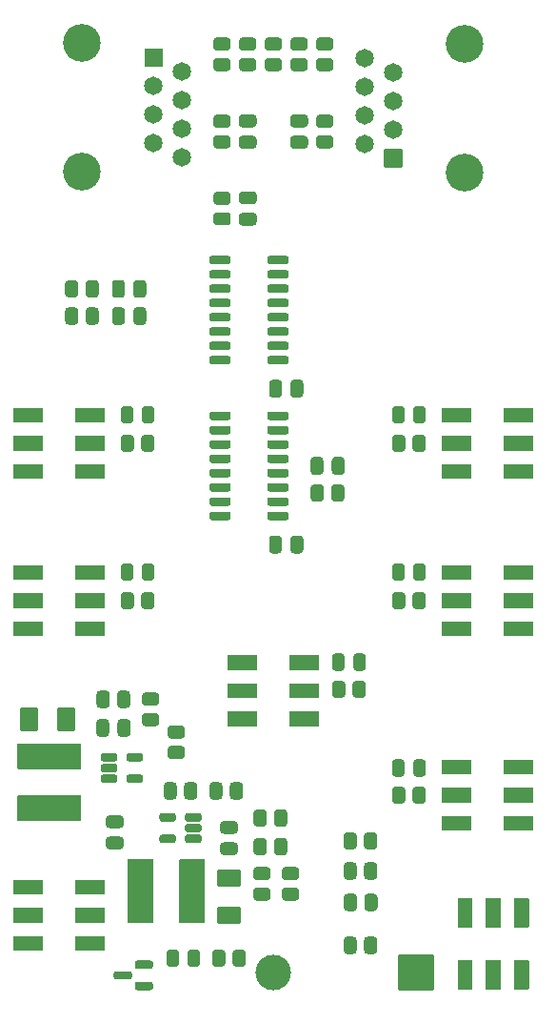
<source format=gts>
G04 #@! TF.GenerationSoftware,KiCad,Pcbnew,6.0.10-86aedd382b~118~ubuntu18.04.1*
G04 #@! TF.CreationDate,2024-08-26T14:05:47-06:00*
G04 #@! TF.ProjectId,mss-debug,6d73732d-6465-4627-9567-2e6b69636164,rev?*
G04 #@! TF.SameCoordinates,Original*
G04 #@! TF.FileFunction,Soldermask,Top*
G04 #@! TF.FilePolarity,Negative*
%FSLAX46Y46*%
G04 Gerber Fmt 4.6, Leading zero omitted, Abs format (unit mm)*
G04 Created by KiCad (PCBNEW 6.0.10-86aedd382b~118~ubuntu18.04.1) date 2024-08-26 14:05:47*
%MOMM*%
%LPD*%
G01*
G04 APERTURE LIST*
%ADD10C,3.352400*%
%ADD11C,1.652400*%
%ADD12C,3.152400*%
G04 APERTURE END LIST*
G36*
G01*
X45107800Y-172281000D02*
X45107800Y-171381000D01*
G75*
G02*
X45434000Y-171054800I326200J0D01*
G01*
X45959000Y-171054800D01*
G75*
G02*
X46285200Y-171381000I0J-326200D01*
G01*
X46285200Y-172281000D01*
G75*
G02*
X45959000Y-172607200I-326200J0D01*
G01*
X45434000Y-172607200D01*
G75*
G02*
X45107800Y-172281000I0J326200D01*
G01*
G37*
G36*
G01*
X46932800Y-172281000D02*
X46932800Y-171381000D01*
G75*
G02*
X47259000Y-171054800I326200J0D01*
G01*
X47784000Y-171054800D01*
G75*
G02*
X48110200Y-171381000I0J-326200D01*
G01*
X48110200Y-172281000D01*
G75*
G02*
X47784000Y-172607200I-326200J0D01*
G01*
X47259000Y-172607200D01*
G75*
G02*
X46932800Y-172281000I0J326200D01*
G01*
G37*
G36*
G01*
X51874000Y-178584800D02*
X52774000Y-178584800D01*
G75*
G02*
X53100200Y-178911000I0J-326200D01*
G01*
X53100200Y-179436000D01*
G75*
G02*
X52774000Y-179762200I-326200J0D01*
G01*
X51874000Y-179762200D01*
G75*
G02*
X51547800Y-179436000I0J326200D01*
G01*
X51547800Y-178911000D01*
G75*
G02*
X51874000Y-178584800I326200J0D01*
G01*
G37*
G36*
G01*
X51874000Y-180409800D02*
X52774000Y-180409800D01*
G75*
G02*
X53100200Y-180736000I0J-326200D01*
G01*
X53100200Y-181261000D01*
G75*
G02*
X52774000Y-181587200I-326200J0D01*
G01*
X51874000Y-181587200D01*
G75*
G02*
X51547800Y-181261000I0J326200D01*
G01*
X51547800Y-180736000D01*
G75*
G02*
X51874000Y-180409800I326200J0D01*
G01*
G37*
G36*
G01*
X35049800Y-166718000D02*
X35049800Y-165768000D01*
G75*
G02*
X35376000Y-165441800I326200J0D01*
G01*
X35876000Y-165441800D01*
G75*
G02*
X36202200Y-165768000I0J-326200D01*
G01*
X36202200Y-166718000D01*
G75*
G02*
X35876000Y-167044200I-326200J0D01*
G01*
X35376000Y-167044200D01*
G75*
G02*
X35049800Y-166718000I0J326200D01*
G01*
G37*
G36*
G01*
X36949800Y-166718000D02*
X36949800Y-165768000D01*
G75*
G02*
X37276000Y-165441800I326200J0D01*
G01*
X37776000Y-165441800D01*
G75*
G02*
X38102200Y-165768000I0J-326200D01*
G01*
X38102200Y-166718000D01*
G75*
G02*
X37776000Y-167044200I-326200J0D01*
G01*
X37276000Y-167044200D01*
G75*
G02*
X36949800Y-166718000I0J326200D01*
G01*
G37*
G36*
G01*
X35461800Y-168999000D02*
X35461800Y-168699000D01*
G75*
G02*
X35688000Y-168472800I226200J0D01*
G01*
X36713000Y-168472800D01*
G75*
G02*
X36939200Y-168699000I0J-226200D01*
G01*
X36939200Y-168999000D01*
G75*
G02*
X36713000Y-169225200I-226200J0D01*
G01*
X35688000Y-169225200D01*
G75*
G02*
X35461800Y-168999000I0J226200D01*
G01*
G37*
G36*
G01*
X35461800Y-169949000D02*
X35461800Y-169649000D01*
G75*
G02*
X35688000Y-169422800I226200J0D01*
G01*
X36713000Y-169422800D01*
G75*
G02*
X36939200Y-169649000I0J-226200D01*
G01*
X36939200Y-169949000D01*
G75*
G02*
X36713000Y-170175200I-226200J0D01*
G01*
X35688000Y-170175200D01*
G75*
G02*
X35461800Y-169949000I0J226200D01*
G01*
G37*
G36*
G01*
X35461800Y-170899000D02*
X35461800Y-170599000D01*
G75*
G02*
X35688000Y-170372800I226200J0D01*
G01*
X36713000Y-170372800D01*
G75*
G02*
X36939200Y-170599000I0J-226200D01*
G01*
X36939200Y-170899000D01*
G75*
G02*
X36713000Y-171125200I-226200J0D01*
G01*
X35688000Y-171125200D01*
G75*
G02*
X35461800Y-170899000I0J226200D01*
G01*
G37*
G36*
G01*
X37736800Y-170899000D02*
X37736800Y-170599000D01*
G75*
G02*
X37963000Y-170372800I226200J0D01*
G01*
X38988000Y-170372800D01*
G75*
G02*
X39214200Y-170599000I0J-226200D01*
G01*
X39214200Y-170899000D01*
G75*
G02*
X38988000Y-171125200I-226200J0D01*
G01*
X37963000Y-171125200D01*
G75*
G02*
X37736800Y-170899000I0J226200D01*
G01*
G37*
G36*
G01*
X37736800Y-168999000D02*
X37736800Y-168699000D01*
G75*
G02*
X37963000Y-168472800I226200J0D01*
G01*
X38988000Y-168472800D01*
G75*
G02*
X39214200Y-168699000I0J-226200D01*
G01*
X39214200Y-168999000D01*
G75*
G02*
X38988000Y-169225200I-226200J0D01*
G01*
X37963000Y-169225200D01*
G75*
G02*
X37736800Y-168999000I0J226200D01*
G01*
G37*
G36*
G01*
X49007750Y-121644700D02*
X48057750Y-121644700D01*
G75*
G02*
X47731550Y-121318500I0J326200D01*
G01*
X47731550Y-120818500D01*
G75*
G02*
X48057750Y-120492300I326200J0D01*
G01*
X49007750Y-120492300D01*
G75*
G02*
X49333950Y-120818500I0J-326200D01*
G01*
X49333950Y-121318500D01*
G75*
G02*
X49007750Y-121644700I-326200J0D01*
G01*
G37*
G36*
G01*
X49007750Y-119744700D02*
X48057750Y-119744700D01*
G75*
G02*
X47731550Y-119418500I0J326200D01*
G01*
X47731550Y-118918500D01*
G75*
G02*
X48057750Y-118592300I326200J0D01*
G01*
X49007750Y-118592300D01*
G75*
G02*
X49333950Y-118918500I0J-326200D01*
G01*
X49333950Y-119418500D01*
G75*
G02*
X49007750Y-119744700I-326200J0D01*
G01*
G37*
G36*
G01*
X52167200Y-147264000D02*
X52167200Y-147564000D01*
G75*
G02*
X51941000Y-147790200I-226200J0D01*
G01*
X50491000Y-147790200D01*
G75*
G02*
X50264800Y-147564000I0J226200D01*
G01*
X50264800Y-147264000D01*
G75*
G02*
X50491000Y-147037800I226200J0D01*
G01*
X51941000Y-147037800D01*
G75*
G02*
X52167200Y-147264000I0J-226200D01*
G01*
G37*
G36*
G01*
X52167200Y-145994000D02*
X52167200Y-146294000D01*
G75*
G02*
X51941000Y-146520200I-226200J0D01*
G01*
X50491000Y-146520200D01*
G75*
G02*
X50264800Y-146294000I0J226200D01*
G01*
X50264800Y-145994000D01*
G75*
G02*
X50491000Y-145767800I226200J0D01*
G01*
X51941000Y-145767800D01*
G75*
G02*
X52167200Y-145994000I0J-226200D01*
G01*
G37*
G36*
G01*
X52167200Y-144724000D02*
X52167200Y-145024000D01*
G75*
G02*
X51941000Y-145250200I-226200J0D01*
G01*
X50491000Y-145250200D01*
G75*
G02*
X50264800Y-145024000I0J226200D01*
G01*
X50264800Y-144724000D01*
G75*
G02*
X50491000Y-144497800I226200J0D01*
G01*
X51941000Y-144497800D01*
G75*
G02*
X52167200Y-144724000I0J-226200D01*
G01*
G37*
G36*
G01*
X52167200Y-143454000D02*
X52167200Y-143754000D01*
G75*
G02*
X51941000Y-143980200I-226200J0D01*
G01*
X50491000Y-143980200D01*
G75*
G02*
X50264800Y-143754000I0J226200D01*
G01*
X50264800Y-143454000D01*
G75*
G02*
X50491000Y-143227800I226200J0D01*
G01*
X51941000Y-143227800D01*
G75*
G02*
X52167200Y-143454000I0J-226200D01*
G01*
G37*
G36*
G01*
X52167200Y-142184000D02*
X52167200Y-142484000D01*
G75*
G02*
X51941000Y-142710200I-226200J0D01*
G01*
X50491000Y-142710200D01*
G75*
G02*
X50264800Y-142484000I0J226200D01*
G01*
X50264800Y-142184000D01*
G75*
G02*
X50491000Y-141957800I226200J0D01*
G01*
X51941000Y-141957800D01*
G75*
G02*
X52167200Y-142184000I0J-226200D01*
G01*
G37*
G36*
G01*
X52167200Y-140914000D02*
X52167200Y-141214000D01*
G75*
G02*
X51941000Y-141440200I-226200J0D01*
G01*
X50491000Y-141440200D01*
G75*
G02*
X50264800Y-141214000I0J226200D01*
G01*
X50264800Y-140914000D01*
G75*
G02*
X50491000Y-140687800I226200J0D01*
G01*
X51941000Y-140687800D01*
G75*
G02*
X52167200Y-140914000I0J-226200D01*
G01*
G37*
G36*
G01*
X52167200Y-139644000D02*
X52167200Y-139944000D01*
G75*
G02*
X51941000Y-140170200I-226200J0D01*
G01*
X50491000Y-140170200D01*
G75*
G02*
X50264800Y-139944000I0J226200D01*
G01*
X50264800Y-139644000D01*
G75*
G02*
X50491000Y-139417800I226200J0D01*
G01*
X51941000Y-139417800D01*
G75*
G02*
X52167200Y-139644000I0J-226200D01*
G01*
G37*
G36*
G01*
X52167200Y-138374000D02*
X52167200Y-138674000D01*
G75*
G02*
X51941000Y-138900200I-226200J0D01*
G01*
X50491000Y-138900200D01*
G75*
G02*
X50264800Y-138674000I0J226200D01*
G01*
X50264800Y-138374000D01*
G75*
G02*
X50491000Y-138147800I226200J0D01*
G01*
X51941000Y-138147800D01*
G75*
G02*
X52167200Y-138374000I0J-226200D01*
G01*
G37*
G36*
G01*
X47017200Y-138374000D02*
X47017200Y-138674000D01*
G75*
G02*
X46791000Y-138900200I-226200J0D01*
G01*
X45341000Y-138900200D01*
G75*
G02*
X45114800Y-138674000I0J226200D01*
G01*
X45114800Y-138374000D01*
G75*
G02*
X45341000Y-138147800I226200J0D01*
G01*
X46791000Y-138147800D01*
G75*
G02*
X47017200Y-138374000I0J-226200D01*
G01*
G37*
G36*
G01*
X47017200Y-139644000D02*
X47017200Y-139944000D01*
G75*
G02*
X46791000Y-140170200I-226200J0D01*
G01*
X45341000Y-140170200D01*
G75*
G02*
X45114800Y-139944000I0J226200D01*
G01*
X45114800Y-139644000D01*
G75*
G02*
X45341000Y-139417800I226200J0D01*
G01*
X46791000Y-139417800D01*
G75*
G02*
X47017200Y-139644000I0J-226200D01*
G01*
G37*
G36*
G01*
X47017200Y-140914000D02*
X47017200Y-141214000D01*
G75*
G02*
X46791000Y-141440200I-226200J0D01*
G01*
X45341000Y-141440200D01*
G75*
G02*
X45114800Y-141214000I0J226200D01*
G01*
X45114800Y-140914000D01*
G75*
G02*
X45341000Y-140687800I226200J0D01*
G01*
X46791000Y-140687800D01*
G75*
G02*
X47017200Y-140914000I0J-226200D01*
G01*
G37*
G36*
G01*
X47017200Y-142184000D02*
X47017200Y-142484000D01*
G75*
G02*
X46791000Y-142710200I-226200J0D01*
G01*
X45341000Y-142710200D01*
G75*
G02*
X45114800Y-142484000I0J226200D01*
G01*
X45114800Y-142184000D01*
G75*
G02*
X45341000Y-141957800I226200J0D01*
G01*
X46791000Y-141957800D01*
G75*
G02*
X47017200Y-142184000I0J-226200D01*
G01*
G37*
G36*
G01*
X47017200Y-143454000D02*
X47017200Y-143754000D01*
G75*
G02*
X46791000Y-143980200I-226200J0D01*
G01*
X45341000Y-143980200D01*
G75*
G02*
X45114800Y-143754000I0J226200D01*
G01*
X45114800Y-143454000D01*
G75*
G02*
X45341000Y-143227800I226200J0D01*
G01*
X46791000Y-143227800D01*
G75*
G02*
X47017200Y-143454000I0J-226200D01*
G01*
G37*
G36*
G01*
X47017200Y-144724000D02*
X47017200Y-145024000D01*
G75*
G02*
X46791000Y-145250200I-226200J0D01*
G01*
X45341000Y-145250200D01*
G75*
G02*
X45114800Y-145024000I0J226200D01*
G01*
X45114800Y-144724000D01*
G75*
G02*
X45341000Y-144497800I226200J0D01*
G01*
X46791000Y-144497800D01*
G75*
G02*
X47017200Y-144724000I0J-226200D01*
G01*
G37*
G36*
G01*
X47017200Y-145994000D02*
X47017200Y-146294000D01*
G75*
G02*
X46791000Y-146520200I-226200J0D01*
G01*
X45341000Y-146520200D01*
G75*
G02*
X45114800Y-146294000I0J226200D01*
G01*
X45114800Y-145994000D01*
G75*
G02*
X45341000Y-145767800I226200J0D01*
G01*
X46791000Y-145767800D01*
G75*
G02*
X47017200Y-145994000I0J-226200D01*
G01*
G37*
G36*
G01*
X47017200Y-147264000D02*
X47017200Y-147564000D01*
G75*
G02*
X46791000Y-147790200I-226200J0D01*
G01*
X45341000Y-147790200D01*
G75*
G02*
X45114800Y-147564000I0J226200D01*
G01*
X45114800Y-147264000D01*
G75*
G02*
X45341000Y-147037800I226200J0D01*
G01*
X46791000Y-147037800D01*
G75*
G02*
X47017200Y-147264000I0J-226200D01*
G01*
G37*
G36*
G01*
X50416800Y-136586000D02*
X50416800Y-135636000D01*
G75*
G02*
X50743000Y-135309800I326200J0D01*
G01*
X51243000Y-135309800D01*
G75*
G02*
X51569200Y-135636000I0J-326200D01*
G01*
X51569200Y-136586000D01*
G75*
G02*
X51243000Y-136912200I-326200J0D01*
G01*
X50743000Y-136912200D01*
G75*
G02*
X50416800Y-136586000I0J326200D01*
G01*
G37*
G36*
G01*
X52316800Y-136586000D02*
X52316800Y-135636000D01*
G75*
G02*
X52643000Y-135309800I326200J0D01*
G01*
X53143000Y-135309800D01*
G75*
G02*
X53469200Y-135636000I0J-326200D01*
G01*
X53469200Y-136586000D01*
G75*
G02*
X53143000Y-136912200I-326200J0D01*
G01*
X52643000Y-136912200D01*
G75*
G02*
X52316800Y-136586000I0J326200D01*
G01*
G37*
G36*
G01*
X64366200Y-171762000D02*
X64366200Y-172662000D01*
G75*
G02*
X64040000Y-172988200I-326200J0D01*
G01*
X63515000Y-172988200D01*
G75*
G02*
X63188800Y-172662000I0J326200D01*
G01*
X63188800Y-171762000D01*
G75*
G02*
X63515000Y-171435800I326200J0D01*
G01*
X64040000Y-171435800D01*
G75*
G02*
X64366200Y-171762000I0J-326200D01*
G01*
G37*
G36*
G01*
X62541200Y-171762000D02*
X62541200Y-172662000D01*
G75*
G02*
X62215000Y-172988200I-326200J0D01*
G01*
X61690000Y-172988200D01*
G75*
G02*
X61363800Y-172662000I0J326200D01*
G01*
X61363800Y-171762000D01*
G75*
G02*
X61690000Y-171435800I326200J0D01*
G01*
X62215000Y-171435800D01*
G75*
G02*
X62541200Y-171762000I0J-326200D01*
G01*
G37*
G36*
G01*
X55822000Y-114785200D02*
X54922000Y-114785200D01*
G75*
G02*
X54595800Y-114459000I0J326200D01*
G01*
X54595800Y-113934000D01*
G75*
G02*
X54922000Y-113607800I326200J0D01*
G01*
X55822000Y-113607800D01*
G75*
G02*
X56148200Y-113934000I0J-326200D01*
G01*
X56148200Y-114459000D01*
G75*
G02*
X55822000Y-114785200I-326200J0D01*
G01*
G37*
G36*
G01*
X55822000Y-112960200D02*
X54922000Y-112960200D01*
G75*
G02*
X54595800Y-112634000I0J326200D01*
G01*
X54595800Y-112109000D01*
G75*
G02*
X54922000Y-111782800I326200J0D01*
G01*
X55822000Y-111782800D01*
G75*
G02*
X56148200Y-112109000I0J-326200D01*
G01*
X56148200Y-112634000D01*
G75*
G02*
X55822000Y-112960200I-326200J0D01*
G01*
G37*
G36*
G01*
X72261100Y-181343300D02*
X73454900Y-181343300D01*
G75*
G02*
X73531100Y-181419500I0J-76200D01*
G01*
X73531100Y-183908700D01*
G75*
G02*
X73454900Y-183984900I-76200J0D01*
G01*
X72261100Y-183984900D01*
G75*
G02*
X72184900Y-183908700I0J76200D01*
G01*
X72184900Y-181419500D01*
G75*
G02*
X72261100Y-181343300I76200J0D01*
G01*
G37*
G36*
G01*
X69761100Y-181343300D02*
X70954900Y-181343300D01*
G75*
G02*
X71031100Y-181419500I0J-76200D01*
G01*
X71031100Y-183908700D01*
G75*
G02*
X70954900Y-183984900I-76200J0D01*
G01*
X69761100Y-183984900D01*
G75*
G02*
X69684900Y-183908700I0J76200D01*
G01*
X69684900Y-181419500D01*
G75*
G02*
X69761100Y-181343300I76200J0D01*
G01*
G37*
G36*
G01*
X67261100Y-181343300D02*
X68454900Y-181343300D01*
G75*
G02*
X68531100Y-181419500I0J-76200D01*
G01*
X68531100Y-183908700D01*
G75*
G02*
X68454900Y-183984900I-76200J0D01*
G01*
X67261100Y-183984900D01*
G75*
G02*
X67184900Y-183908700I0J76200D01*
G01*
X67184900Y-181419500D01*
G75*
G02*
X67261100Y-181343300I76200J0D01*
G01*
G37*
G36*
G01*
X72261100Y-186855100D02*
X73454900Y-186855100D01*
G75*
G02*
X73531100Y-186931300I0J-76200D01*
G01*
X73531100Y-189420500D01*
G75*
G02*
X73454900Y-189496700I-76200J0D01*
G01*
X72261100Y-189496700D01*
G75*
G02*
X72184900Y-189420500I0J76200D01*
G01*
X72184900Y-186931300D01*
G75*
G02*
X72261100Y-186855100I76200J0D01*
G01*
G37*
G36*
G01*
X69761100Y-186855100D02*
X70954900Y-186855100D01*
G75*
G02*
X71031100Y-186931300I0J-76200D01*
G01*
X71031100Y-189420500D01*
G75*
G02*
X70954900Y-189496700I-76200J0D01*
G01*
X69761100Y-189496700D01*
G75*
G02*
X69684900Y-189420500I0J76200D01*
G01*
X69684900Y-186931300D01*
G75*
G02*
X69761100Y-186855100I76200J0D01*
G01*
G37*
G36*
G01*
X67261100Y-186855100D02*
X68454900Y-186855100D01*
G75*
G02*
X68531100Y-186931300I0J-76200D01*
G01*
X68531100Y-189420500D01*
G75*
G02*
X68454900Y-189496700I-76200J0D01*
G01*
X67261100Y-189496700D01*
G75*
G02*
X67184900Y-189420500I0J76200D01*
G01*
X67184900Y-186931300D01*
G75*
G02*
X67261100Y-186855100I76200J0D01*
G01*
G37*
G36*
G01*
X54124800Y-145832000D02*
X54124800Y-144932000D01*
G75*
G02*
X54451000Y-144605800I326200J0D01*
G01*
X54976000Y-144605800D01*
G75*
G02*
X55302200Y-144932000I0J-326200D01*
G01*
X55302200Y-145832000D01*
G75*
G02*
X54976000Y-146158200I-326200J0D01*
G01*
X54451000Y-146158200D01*
G75*
G02*
X54124800Y-145832000I0J326200D01*
G01*
G37*
G36*
G01*
X55949800Y-145832000D02*
X55949800Y-144932000D01*
G75*
G02*
X56276000Y-144605800I326200J0D01*
G01*
X56801000Y-144605800D01*
G75*
G02*
X57127200Y-144932000I0J-326200D01*
G01*
X57127200Y-145832000D01*
G75*
G02*
X56801000Y-146158200I-326200J0D01*
G01*
X56276000Y-146158200D01*
G75*
G02*
X55949800Y-145832000I0J326200D01*
G01*
G37*
G36*
G01*
X27673300Y-180976900D02*
X27673300Y-179783100D01*
G75*
G02*
X27749500Y-179706900I76200J0D01*
G01*
X30238700Y-179706900D01*
G75*
G02*
X30314900Y-179783100I0J-76200D01*
G01*
X30314900Y-180976900D01*
G75*
G02*
X30238700Y-181053100I-76200J0D01*
G01*
X27749500Y-181053100D01*
G75*
G02*
X27673300Y-180976900I0J76200D01*
G01*
G37*
G36*
G01*
X27673300Y-183476900D02*
X27673300Y-182283100D01*
G75*
G02*
X27749500Y-182206900I76200J0D01*
G01*
X30238700Y-182206900D01*
G75*
G02*
X30314900Y-182283100I0J-76200D01*
G01*
X30314900Y-183476900D01*
G75*
G02*
X30238700Y-183553100I-76200J0D01*
G01*
X27749500Y-183553100D01*
G75*
G02*
X27673300Y-183476900I0J76200D01*
G01*
G37*
G36*
G01*
X27673300Y-185976900D02*
X27673300Y-184783100D01*
G75*
G02*
X27749500Y-184706900I76200J0D01*
G01*
X30238700Y-184706900D01*
G75*
G02*
X30314900Y-184783100I0J-76200D01*
G01*
X30314900Y-185976900D01*
G75*
G02*
X30238700Y-186053100I-76200J0D01*
G01*
X27749500Y-186053100D01*
G75*
G02*
X27673300Y-185976900I0J76200D01*
G01*
G37*
G36*
G01*
X33185100Y-180976900D02*
X33185100Y-179783100D01*
G75*
G02*
X33261300Y-179706900I76200J0D01*
G01*
X35750500Y-179706900D01*
G75*
G02*
X35826700Y-179783100I0J-76200D01*
G01*
X35826700Y-180976900D01*
G75*
G02*
X35750500Y-181053100I-76200J0D01*
G01*
X33261300Y-181053100D01*
G75*
G02*
X33185100Y-180976900I0J76200D01*
G01*
G37*
G36*
G01*
X33185100Y-183476900D02*
X33185100Y-182283100D01*
G75*
G02*
X33261300Y-182206900I76200J0D01*
G01*
X35750500Y-182206900D01*
G75*
G02*
X35826700Y-182283100I0J-76200D01*
G01*
X35826700Y-183476900D01*
G75*
G02*
X35750500Y-183553100I-76200J0D01*
G01*
X33261300Y-183553100D01*
G75*
G02*
X33185100Y-183476900I0J76200D01*
G01*
G37*
G36*
G01*
X33185100Y-185976900D02*
X33185100Y-184783100D01*
G75*
G02*
X33261300Y-184706900I76200J0D01*
G01*
X35750500Y-184706900D01*
G75*
G02*
X35826700Y-184783100I0J-76200D01*
G01*
X35826700Y-185976900D01*
G75*
G02*
X35750500Y-186053100I-76200J0D01*
G01*
X33261300Y-186053100D01*
G75*
G02*
X33185100Y-185976900I0J76200D01*
G01*
G37*
G36*
G01*
X59032200Y-159944750D02*
X59032200Y-160857250D01*
G75*
G02*
X58712250Y-161177200I-319950J0D01*
G01*
X58224750Y-161177200D01*
G75*
G02*
X57904800Y-160857250I0J319950D01*
G01*
X57904800Y-159944750D01*
G75*
G02*
X58224750Y-159624800I319950J0D01*
G01*
X58712250Y-159624800D01*
G75*
G02*
X59032200Y-159944750I0J-319950D01*
G01*
G37*
G36*
G01*
X57157200Y-159944750D02*
X57157200Y-160857250D01*
G75*
G02*
X56837250Y-161177200I-319950J0D01*
G01*
X56349750Y-161177200D01*
G75*
G02*
X56029800Y-160857250I0J319950D01*
G01*
X56029800Y-159944750D01*
G75*
G02*
X56349750Y-159624800I319950J0D01*
G01*
X56837250Y-159624800D01*
G75*
G02*
X57157200Y-159944750I0J-319950D01*
G01*
G37*
G36*
G01*
X52167200Y-133421000D02*
X52167200Y-133721000D01*
G75*
G02*
X51941000Y-133947200I-226200J0D01*
G01*
X50491000Y-133947200D01*
G75*
G02*
X50264800Y-133721000I0J226200D01*
G01*
X50264800Y-133421000D01*
G75*
G02*
X50491000Y-133194800I226200J0D01*
G01*
X51941000Y-133194800D01*
G75*
G02*
X52167200Y-133421000I0J-226200D01*
G01*
G37*
G36*
G01*
X52167200Y-132151000D02*
X52167200Y-132451000D01*
G75*
G02*
X51941000Y-132677200I-226200J0D01*
G01*
X50491000Y-132677200D01*
G75*
G02*
X50264800Y-132451000I0J226200D01*
G01*
X50264800Y-132151000D01*
G75*
G02*
X50491000Y-131924800I226200J0D01*
G01*
X51941000Y-131924800D01*
G75*
G02*
X52167200Y-132151000I0J-226200D01*
G01*
G37*
G36*
G01*
X52167200Y-130881000D02*
X52167200Y-131181000D01*
G75*
G02*
X51941000Y-131407200I-226200J0D01*
G01*
X50491000Y-131407200D01*
G75*
G02*
X50264800Y-131181000I0J226200D01*
G01*
X50264800Y-130881000D01*
G75*
G02*
X50491000Y-130654800I226200J0D01*
G01*
X51941000Y-130654800D01*
G75*
G02*
X52167200Y-130881000I0J-226200D01*
G01*
G37*
G36*
G01*
X52167200Y-129611000D02*
X52167200Y-129911000D01*
G75*
G02*
X51941000Y-130137200I-226200J0D01*
G01*
X50491000Y-130137200D01*
G75*
G02*
X50264800Y-129911000I0J226200D01*
G01*
X50264800Y-129611000D01*
G75*
G02*
X50491000Y-129384800I226200J0D01*
G01*
X51941000Y-129384800D01*
G75*
G02*
X52167200Y-129611000I0J-226200D01*
G01*
G37*
G36*
G01*
X52167200Y-128341000D02*
X52167200Y-128641000D01*
G75*
G02*
X51941000Y-128867200I-226200J0D01*
G01*
X50491000Y-128867200D01*
G75*
G02*
X50264800Y-128641000I0J226200D01*
G01*
X50264800Y-128341000D01*
G75*
G02*
X50491000Y-128114800I226200J0D01*
G01*
X51941000Y-128114800D01*
G75*
G02*
X52167200Y-128341000I0J-226200D01*
G01*
G37*
G36*
G01*
X52167200Y-127071000D02*
X52167200Y-127371000D01*
G75*
G02*
X51941000Y-127597200I-226200J0D01*
G01*
X50491000Y-127597200D01*
G75*
G02*
X50264800Y-127371000I0J226200D01*
G01*
X50264800Y-127071000D01*
G75*
G02*
X50491000Y-126844800I226200J0D01*
G01*
X51941000Y-126844800D01*
G75*
G02*
X52167200Y-127071000I0J-226200D01*
G01*
G37*
G36*
G01*
X52167200Y-125801000D02*
X52167200Y-126101000D01*
G75*
G02*
X51941000Y-126327200I-226200J0D01*
G01*
X50491000Y-126327200D01*
G75*
G02*
X50264800Y-126101000I0J226200D01*
G01*
X50264800Y-125801000D01*
G75*
G02*
X50491000Y-125574800I226200J0D01*
G01*
X51941000Y-125574800D01*
G75*
G02*
X52167200Y-125801000I0J-226200D01*
G01*
G37*
G36*
G01*
X52167200Y-124531000D02*
X52167200Y-124831000D01*
G75*
G02*
X51941000Y-125057200I-226200J0D01*
G01*
X50491000Y-125057200D01*
G75*
G02*
X50264800Y-124831000I0J226200D01*
G01*
X50264800Y-124531000D01*
G75*
G02*
X50491000Y-124304800I226200J0D01*
G01*
X51941000Y-124304800D01*
G75*
G02*
X52167200Y-124531000I0J-226200D01*
G01*
G37*
G36*
G01*
X47017200Y-124531000D02*
X47017200Y-124831000D01*
G75*
G02*
X46791000Y-125057200I-226200J0D01*
G01*
X45341000Y-125057200D01*
G75*
G02*
X45114800Y-124831000I0J226200D01*
G01*
X45114800Y-124531000D01*
G75*
G02*
X45341000Y-124304800I226200J0D01*
G01*
X46791000Y-124304800D01*
G75*
G02*
X47017200Y-124531000I0J-226200D01*
G01*
G37*
G36*
G01*
X47017200Y-125801000D02*
X47017200Y-126101000D01*
G75*
G02*
X46791000Y-126327200I-226200J0D01*
G01*
X45341000Y-126327200D01*
G75*
G02*
X45114800Y-126101000I0J226200D01*
G01*
X45114800Y-125801000D01*
G75*
G02*
X45341000Y-125574800I226200J0D01*
G01*
X46791000Y-125574800D01*
G75*
G02*
X47017200Y-125801000I0J-226200D01*
G01*
G37*
G36*
G01*
X47017200Y-127071000D02*
X47017200Y-127371000D01*
G75*
G02*
X46791000Y-127597200I-226200J0D01*
G01*
X45341000Y-127597200D01*
G75*
G02*
X45114800Y-127371000I0J226200D01*
G01*
X45114800Y-127071000D01*
G75*
G02*
X45341000Y-126844800I226200J0D01*
G01*
X46791000Y-126844800D01*
G75*
G02*
X47017200Y-127071000I0J-226200D01*
G01*
G37*
G36*
G01*
X47017200Y-128341000D02*
X47017200Y-128641000D01*
G75*
G02*
X46791000Y-128867200I-226200J0D01*
G01*
X45341000Y-128867200D01*
G75*
G02*
X45114800Y-128641000I0J226200D01*
G01*
X45114800Y-128341000D01*
G75*
G02*
X45341000Y-128114800I226200J0D01*
G01*
X46791000Y-128114800D01*
G75*
G02*
X47017200Y-128341000I0J-226200D01*
G01*
G37*
G36*
G01*
X47017200Y-129611000D02*
X47017200Y-129911000D01*
G75*
G02*
X46791000Y-130137200I-226200J0D01*
G01*
X45341000Y-130137200D01*
G75*
G02*
X45114800Y-129911000I0J226200D01*
G01*
X45114800Y-129611000D01*
G75*
G02*
X45341000Y-129384800I226200J0D01*
G01*
X46791000Y-129384800D01*
G75*
G02*
X47017200Y-129611000I0J-226200D01*
G01*
G37*
G36*
G01*
X47017200Y-130881000D02*
X47017200Y-131181000D01*
G75*
G02*
X46791000Y-131407200I-226200J0D01*
G01*
X45341000Y-131407200D01*
G75*
G02*
X45114800Y-131181000I0J226200D01*
G01*
X45114800Y-130881000D01*
G75*
G02*
X45341000Y-130654800I226200J0D01*
G01*
X46791000Y-130654800D01*
G75*
G02*
X47017200Y-130881000I0J-226200D01*
G01*
G37*
G36*
G01*
X47017200Y-132151000D02*
X47017200Y-132451000D01*
G75*
G02*
X46791000Y-132677200I-226200J0D01*
G01*
X45341000Y-132677200D01*
G75*
G02*
X45114800Y-132451000I0J226200D01*
G01*
X45114800Y-132151000D01*
G75*
G02*
X45341000Y-131924800I226200J0D01*
G01*
X46791000Y-131924800D01*
G75*
G02*
X47017200Y-132151000I0J-226200D01*
G01*
G37*
G36*
G01*
X47017200Y-133421000D02*
X47017200Y-133721000D01*
G75*
G02*
X46791000Y-133947200I-226200J0D01*
G01*
X45341000Y-133947200D01*
G75*
G02*
X45114800Y-133721000I0J226200D01*
G01*
X45114800Y-133421000D01*
G75*
G02*
X45341000Y-133194800I226200J0D01*
G01*
X46791000Y-133194800D01*
G75*
G02*
X47017200Y-133421000I0J-226200D01*
G01*
G37*
G36*
G01*
X55822000Y-107927200D02*
X54922000Y-107927200D01*
G75*
G02*
X54595800Y-107601000I0J326200D01*
G01*
X54595800Y-107076000D01*
G75*
G02*
X54922000Y-106749800I326200J0D01*
G01*
X55822000Y-106749800D01*
G75*
G02*
X56148200Y-107076000I0J-326200D01*
G01*
X56148200Y-107601000D01*
G75*
G02*
X55822000Y-107927200I-326200J0D01*
G01*
G37*
G36*
G01*
X55822000Y-106102200D02*
X54922000Y-106102200D01*
G75*
G02*
X54595800Y-105776000I0J326200D01*
G01*
X54595800Y-105251000D01*
G75*
G02*
X54922000Y-104924800I326200J0D01*
G01*
X55822000Y-104924800D01*
G75*
G02*
X56148200Y-105251000I0J-326200D01*
G01*
X56148200Y-105776000D01*
G75*
G02*
X55822000Y-106102200I-326200J0D01*
G01*
G37*
G36*
G01*
X27673300Y-139066900D02*
X27673300Y-137873100D01*
G75*
G02*
X27749500Y-137796900I76200J0D01*
G01*
X30238700Y-137796900D01*
G75*
G02*
X30314900Y-137873100I0J-76200D01*
G01*
X30314900Y-139066900D01*
G75*
G02*
X30238700Y-139143100I-76200J0D01*
G01*
X27749500Y-139143100D01*
G75*
G02*
X27673300Y-139066900I0J76200D01*
G01*
G37*
G36*
G01*
X27673300Y-141566900D02*
X27673300Y-140373100D01*
G75*
G02*
X27749500Y-140296900I76200J0D01*
G01*
X30238700Y-140296900D01*
G75*
G02*
X30314900Y-140373100I0J-76200D01*
G01*
X30314900Y-141566900D01*
G75*
G02*
X30238700Y-141643100I-76200J0D01*
G01*
X27749500Y-141643100D01*
G75*
G02*
X27673300Y-141566900I0J76200D01*
G01*
G37*
G36*
G01*
X27673300Y-144066900D02*
X27673300Y-142873100D01*
G75*
G02*
X27749500Y-142796900I76200J0D01*
G01*
X30238700Y-142796900D01*
G75*
G02*
X30314900Y-142873100I0J-76200D01*
G01*
X30314900Y-144066900D01*
G75*
G02*
X30238700Y-144143100I-76200J0D01*
G01*
X27749500Y-144143100D01*
G75*
G02*
X27673300Y-144066900I0J76200D01*
G01*
G37*
G36*
G01*
X33185100Y-139066900D02*
X33185100Y-137873100D01*
G75*
G02*
X33261300Y-137796900I76200J0D01*
G01*
X35750500Y-137796900D01*
G75*
G02*
X35826700Y-137873100I0J-76200D01*
G01*
X35826700Y-139066900D01*
G75*
G02*
X35750500Y-139143100I-76200J0D01*
G01*
X33261300Y-139143100D01*
G75*
G02*
X33185100Y-139066900I0J76200D01*
G01*
G37*
G36*
G01*
X33185100Y-141566900D02*
X33185100Y-140373100D01*
G75*
G02*
X33261300Y-140296900I76200J0D01*
G01*
X35750500Y-140296900D01*
G75*
G02*
X35826700Y-140373100I0J-76200D01*
G01*
X35826700Y-141566900D01*
G75*
G02*
X35750500Y-141643100I-76200J0D01*
G01*
X33261300Y-141643100D01*
G75*
G02*
X33185100Y-141566900I0J76200D01*
G01*
G37*
G36*
G01*
X33185100Y-144066900D02*
X33185100Y-142873100D01*
G75*
G02*
X33261300Y-142796900I76200J0D01*
G01*
X35750500Y-142796900D01*
G75*
G02*
X35826700Y-142873100I0J-76200D01*
G01*
X35826700Y-144066900D01*
G75*
G02*
X35750500Y-144143100I-76200J0D01*
G01*
X33261300Y-144143100D01*
G75*
G02*
X33185100Y-144066900I0J76200D01*
G01*
G37*
G36*
G01*
X41043800Y-172281000D02*
X41043800Y-171381000D01*
G75*
G02*
X41370000Y-171054800I326200J0D01*
G01*
X41895000Y-171054800D01*
G75*
G02*
X42221200Y-171381000I0J-326200D01*
G01*
X42221200Y-172281000D01*
G75*
G02*
X41895000Y-172607200I-326200J0D01*
G01*
X41370000Y-172607200D01*
G75*
G02*
X41043800Y-172281000I0J326200D01*
G01*
G37*
G36*
G01*
X42868800Y-172281000D02*
X42868800Y-171381000D01*
G75*
G02*
X43195000Y-171054800I326200J0D01*
G01*
X43720000Y-171054800D01*
G75*
G02*
X44046200Y-171381000I0J-326200D01*
G01*
X44046200Y-172281000D01*
G75*
G02*
X43720000Y-172607200I-326200J0D01*
G01*
X43195000Y-172607200D01*
G75*
G02*
X42868800Y-172281000I0J326200D01*
G01*
G37*
G36*
G01*
X33642300Y-174498000D02*
X28079700Y-174498000D01*
G75*
G02*
X28003500Y-174421800I0J76200D01*
G01*
X28003500Y-172313600D01*
G75*
G02*
X28079700Y-172237400I76200J0D01*
G01*
X33642300Y-172237400D01*
G75*
G02*
X33718500Y-172313600I0J-76200D01*
G01*
X33718500Y-174421800D01*
G75*
G02*
X33642300Y-174498000I-76200J0D01*
G01*
G37*
G36*
G01*
X33642300Y-169900600D02*
X28079700Y-169900600D01*
G75*
G02*
X28003500Y-169824400I0J76200D01*
G01*
X28003500Y-167716200D01*
G75*
G02*
X28079700Y-167640000I76200J0D01*
G01*
X33642300Y-167640000D01*
G75*
G02*
X33718500Y-167716200I0J-76200D01*
G01*
X33718500Y-169824400D01*
G75*
G02*
X33642300Y-169900600I-76200J0D01*
G01*
G37*
G36*
G01*
X64366200Y-137973750D02*
X64366200Y-138886250D01*
G75*
G02*
X64046250Y-139206200I-319950J0D01*
G01*
X63558750Y-139206200D01*
G75*
G02*
X63238800Y-138886250I0J319950D01*
G01*
X63238800Y-137973750D01*
G75*
G02*
X63558750Y-137653800I319950J0D01*
G01*
X64046250Y-137653800D01*
G75*
G02*
X64366200Y-137973750I0J-319950D01*
G01*
G37*
G36*
G01*
X62491200Y-137973750D02*
X62491200Y-138886250D01*
G75*
G02*
X62171250Y-139206200I-319950J0D01*
G01*
X61683750Y-139206200D01*
G75*
G02*
X61363800Y-138886250I0J319950D01*
G01*
X61363800Y-137973750D01*
G75*
G02*
X61683750Y-137653800I319950J0D01*
G01*
X62171250Y-137653800D01*
G75*
G02*
X62491200Y-137973750I0J-319950D01*
G01*
G37*
G36*
G01*
X46678000Y-114785200D02*
X45778000Y-114785200D01*
G75*
G02*
X45451800Y-114459000I0J326200D01*
G01*
X45451800Y-113934000D01*
G75*
G02*
X45778000Y-113607800I326200J0D01*
G01*
X46678000Y-113607800D01*
G75*
G02*
X47004200Y-113934000I0J-326200D01*
G01*
X47004200Y-114459000D01*
G75*
G02*
X46678000Y-114785200I-326200J0D01*
G01*
G37*
G36*
G01*
X46678000Y-112960200D02*
X45778000Y-112960200D01*
G75*
G02*
X45451800Y-112634000I0J326200D01*
G01*
X45451800Y-112109000D01*
G75*
G02*
X45778000Y-111782800I326200J0D01*
G01*
X46678000Y-111782800D01*
G75*
G02*
X47004200Y-112109000I0J-326200D01*
G01*
X47004200Y-112634000D01*
G75*
G02*
X46678000Y-112960200I-326200J0D01*
G01*
G37*
G36*
G01*
X46696750Y-121619700D02*
X45796750Y-121619700D01*
G75*
G02*
X45470550Y-121293500I0J326200D01*
G01*
X45470550Y-120768500D01*
G75*
G02*
X45796750Y-120442300I326200J0D01*
G01*
X46696750Y-120442300D01*
G75*
G02*
X47022950Y-120768500I0J-326200D01*
G01*
X47022950Y-121293500D01*
G75*
G02*
X46696750Y-121619700I-326200J0D01*
G01*
G37*
G36*
G01*
X46696750Y-119794700D02*
X45796750Y-119794700D01*
G75*
G02*
X45470550Y-119468500I0J326200D01*
G01*
X45470550Y-118943500D01*
G75*
G02*
X45796750Y-118617300I326200J0D01*
G01*
X46696750Y-118617300D01*
G75*
G02*
X47022950Y-118943500I0J-326200D01*
G01*
X47022950Y-119468500D01*
G75*
G02*
X46696750Y-119794700I-326200J0D01*
G01*
G37*
G36*
G01*
X33160200Y-164531000D02*
X33160200Y-166431000D01*
G75*
G02*
X33084000Y-166507200I-76200J0D01*
G01*
X31684000Y-166507200D01*
G75*
G02*
X31607800Y-166431000I0J76200D01*
G01*
X31607800Y-164531000D01*
G75*
G02*
X31684000Y-164454800I76200J0D01*
G01*
X33084000Y-164454800D01*
G75*
G02*
X33160200Y-164531000I0J-76200D01*
G01*
G37*
G36*
G01*
X29860200Y-164531000D02*
X29860200Y-166431000D01*
G75*
G02*
X29784000Y-166507200I-76200J0D01*
G01*
X28384000Y-166507200D01*
G75*
G02*
X28307800Y-166431000I0J76200D01*
G01*
X28307800Y-164531000D01*
G75*
G02*
X28384000Y-164454800I76200J0D01*
G01*
X29784000Y-164454800D01*
G75*
G02*
X29860200Y-164531000I0J-76200D01*
G01*
G37*
G36*
G01*
X40236200Y-151943750D02*
X40236200Y-152856250D01*
G75*
G02*
X39916250Y-153176200I-319950J0D01*
G01*
X39428750Y-153176200D01*
G75*
G02*
X39108800Y-152856250I0J319950D01*
G01*
X39108800Y-151943750D01*
G75*
G02*
X39428750Y-151623800I319950J0D01*
G01*
X39916250Y-151623800D01*
G75*
G02*
X40236200Y-151943750I0J-319950D01*
G01*
G37*
G36*
G01*
X38361200Y-151943750D02*
X38361200Y-152856250D01*
G75*
G02*
X38041250Y-153176200I-319950J0D01*
G01*
X37553750Y-153176200D01*
G75*
G02*
X37233800Y-152856250I0J319950D01*
G01*
X37233800Y-151943750D01*
G75*
G02*
X37553750Y-151623800I319950J0D01*
G01*
X38041250Y-151623800D01*
G75*
G02*
X38361200Y-151943750I0J-319950D01*
G01*
G37*
G36*
G01*
X42614000Y-169014200D02*
X41714000Y-169014200D01*
G75*
G02*
X41387800Y-168688000I0J326200D01*
G01*
X41387800Y-168163000D01*
G75*
G02*
X41714000Y-167836800I326200J0D01*
G01*
X42614000Y-167836800D01*
G75*
G02*
X42940200Y-168163000I0J-326200D01*
G01*
X42940200Y-168688000D01*
G75*
G02*
X42614000Y-169014200I-326200J0D01*
G01*
G37*
G36*
G01*
X42614000Y-167189200D02*
X41714000Y-167189200D01*
G75*
G02*
X41387800Y-166863000I0J326200D01*
G01*
X41387800Y-166338000D01*
G75*
G02*
X41714000Y-166011800I326200J0D01*
G01*
X42614000Y-166011800D01*
G75*
G02*
X42940200Y-166338000I0J-326200D01*
G01*
X42940200Y-166863000D01*
G75*
G02*
X42614000Y-167189200I-326200J0D01*
G01*
G37*
G36*
G01*
X45913000Y-178803800D02*
X47813000Y-178803800D01*
G75*
G02*
X47889200Y-178880000I0J-76200D01*
G01*
X47889200Y-180280000D01*
G75*
G02*
X47813000Y-180356200I-76200J0D01*
G01*
X45913000Y-180356200D01*
G75*
G02*
X45836800Y-180280000I0J76200D01*
G01*
X45836800Y-178880000D01*
G75*
G02*
X45913000Y-178803800I76200J0D01*
G01*
G37*
G36*
G01*
X45913000Y-182103800D02*
X47813000Y-182103800D01*
G75*
G02*
X47889200Y-182180000I0J-76200D01*
G01*
X47889200Y-183580000D01*
G75*
G02*
X47813000Y-183656200I-76200J0D01*
G01*
X45913000Y-183656200D01*
G75*
G02*
X45836800Y-183580000I0J76200D01*
G01*
X45836800Y-182180000D01*
G75*
G02*
X45913000Y-182103800I76200J0D01*
G01*
G37*
G36*
G01*
X38077200Y-163253000D02*
X38077200Y-164153000D01*
G75*
G02*
X37751000Y-164479200I-326200J0D01*
G01*
X37226000Y-164479200D01*
G75*
G02*
X36899800Y-164153000I0J326200D01*
G01*
X36899800Y-163253000D01*
G75*
G02*
X37226000Y-162926800I326200J0D01*
G01*
X37751000Y-162926800D01*
G75*
G02*
X38077200Y-163253000I0J-326200D01*
G01*
G37*
G36*
G01*
X36252200Y-163253000D02*
X36252200Y-164153000D01*
G75*
G02*
X35926000Y-164479200I-326200J0D01*
G01*
X35401000Y-164479200D01*
G75*
G02*
X35074800Y-164153000I0J326200D01*
G01*
X35074800Y-163253000D01*
G75*
G02*
X35401000Y-162926800I326200J0D01*
G01*
X35926000Y-162926800D01*
G75*
G02*
X36252200Y-163253000I0J-326200D01*
G01*
G37*
G36*
G01*
X47338000Y-177549200D02*
X46388000Y-177549200D01*
G75*
G02*
X46061800Y-177223000I0J326200D01*
G01*
X46061800Y-176723000D01*
G75*
G02*
X46388000Y-176396800I326200J0D01*
G01*
X47338000Y-176396800D01*
G75*
G02*
X47664200Y-176723000I0J-326200D01*
G01*
X47664200Y-177223000D01*
G75*
G02*
X47338000Y-177549200I-326200J0D01*
G01*
G37*
G36*
G01*
X47338000Y-175649200D02*
X46388000Y-175649200D01*
G75*
G02*
X46061800Y-175323000I0J326200D01*
G01*
X46061800Y-174823000D01*
G75*
G02*
X46388000Y-174496800I326200J0D01*
G01*
X47338000Y-174496800D01*
G75*
G02*
X47664200Y-174823000I0J-326200D01*
G01*
X47664200Y-175323000D01*
G75*
G02*
X47338000Y-175649200I-326200J0D01*
G01*
G37*
G36*
G01*
X60048200Y-178493000D02*
X60048200Y-179393000D01*
G75*
G02*
X59722000Y-179719200I-326200J0D01*
G01*
X59197000Y-179719200D01*
G75*
G02*
X58870800Y-179393000I0J326200D01*
G01*
X58870800Y-178493000D01*
G75*
G02*
X59197000Y-178166800I326200J0D01*
G01*
X59722000Y-178166800D01*
G75*
G02*
X60048200Y-178493000I0J-326200D01*
G01*
G37*
G36*
G01*
X58223200Y-178493000D02*
X58223200Y-179393000D01*
G75*
G02*
X57897000Y-179719200I-326200J0D01*
G01*
X57372000Y-179719200D01*
G75*
G02*
X57045800Y-179393000I0J326200D01*
G01*
X57045800Y-178493000D01*
G75*
G02*
X57372000Y-178166800I326200J0D01*
G01*
X57897000Y-178166800D01*
G75*
G02*
X58223200Y-178493000I0J-326200D01*
G01*
G37*
G36*
G01*
X60071700Y-181287000D02*
X60071700Y-182187000D01*
G75*
G02*
X59745500Y-182513200I-326200J0D01*
G01*
X59220500Y-182513200D01*
G75*
G02*
X58894300Y-182187000I0J326200D01*
G01*
X58894300Y-181287000D01*
G75*
G02*
X59220500Y-180960800I326200J0D01*
G01*
X59745500Y-180960800D01*
G75*
G02*
X60071700Y-181287000I0J-326200D01*
G01*
G37*
G36*
G01*
X58246700Y-181287000D02*
X58246700Y-182187000D01*
G75*
G02*
X57920500Y-182513200I-326200J0D01*
G01*
X57395500Y-182513200D01*
G75*
G02*
X57069300Y-182187000I0J326200D01*
G01*
X57069300Y-181287000D01*
G75*
G02*
X57395500Y-180960800I326200J0D01*
G01*
X57920500Y-180960800D01*
G75*
G02*
X58246700Y-181287000I0J-326200D01*
G01*
G37*
G36*
G01*
X61363800Y-155390000D02*
X61363800Y-154490000D01*
G75*
G02*
X61690000Y-154163800I326200J0D01*
G01*
X62215000Y-154163800D01*
G75*
G02*
X62541200Y-154490000I0J-326200D01*
G01*
X62541200Y-155390000D01*
G75*
G02*
X62215000Y-155716200I-326200J0D01*
G01*
X61690000Y-155716200D01*
G75*
G02*
X61363800Y-155390000I0J326200D01*
G01*
G37*
G36*
G01*
X63188800Y-155390000D02*
X63188800Y-154490000D01*
G75*
G02*
X63515000Y-154163800I326200J0D01*
G01*
X64040000Y-154163800D01*
G75*
G02*
X64366200Y-154490000I0J-326200D01*
G01*
X64366200Y-155390000D01*
G75*
G02*
X64040000Y-155716200I-326200J0D01*
G01*
X63515000Y-155716200D01*
G75*
G02*
X63188800Y-155390000I0J326200D01*
G01*
G37*
G36*
G01*
X53536000Y-107927200D02*
X52636000Y-107927200D01*
G75*
G02*
X52309800Y-107601000I0J326200D01*
G01*
X52309800Y-107076000D01*
G75*
G02*
X52636000Y-106749800I326200J0D01*
G01*
X53536000Y-106749800D01*
G75*
G02*
X53862200Y-107076000I0J-326200D01*
G01*
X53862200Y-107601000D01*
G75*
G02*
X53536000Y-107927200I-326200J0D01*
G01*
G37*
G36*
G01*
X53536000Y-106102200D02*
X52636000Y-106102200D01*
G75*
G02*
X52309800Y-105776000I0J326200D01*
G01*
X52309800Y-105251000D01*
G75*
G02*
X52636000Y-104924800I326200J0D01*
G01*
X53536000Y-104924800D01*
G75*
G02*
X53862200Y-105251000I0J-326200D01*
G01*
X53862200Y-105776000D01*
G75*
G02*
X53536000Y-106102200I-326200J0D01*
G01*
G37*
G36*
G01*
X35283200Y-129217000D02*
X35283200Y-130117000D01*
G75*
G02*
X34957000Y-130443200I-326200J0D01*
G01*
X34432000Y-130443200D01*
G75*
G02*
X34105800Y-130117000I0J326200D01*
G01*
X34105800Y-129217000D01*
G75*
G02*
X34432000Y-128890800I326200J0D01*
G01*
X34957000Y-128890800D01*
G75*
G02*
X35283200Y-129217000I0J-326200D01*
G01*
G37*
G36*
G01*
X33458200Y-129217000D02*
X33458200Y-130117000D01*
G75*
G02*
X33132000Y-130443200I-326200J0D01*
G01*
X32607000Y-130443200D01*
G75*
G02*
X32280800Y-130117000I0J326200D01*
G01*
X32280800Y-129217000D01*
G75*
G02*
X32607000Y-128890800I326200J0D01*
G01*
X33132000Y-128890800D01*
G75*
G02*
X33458200Y-129217000I0J-326200D01*
G01*
G37*
G36*
G01*
X53561000Y-114810200D02*
X52611000Y-114810200D01*
G75*
G02*
X52284800Y-114484000I0J326200D01*
G01*
X52284800Y-113984000D01*
G75*
G02*
X52611000Y-113657800I326200J0D01*
G01*
X53561000Y-113657800D01*
G75*
G02*
X53887200Y-113984000I0J-326200D01*
G01*
X53887200Y-114484000D01*
G75*
G02*
X53561000Y-114810200I-326200J0D01*
G01*
G37*
G36*
G01*
X53561000Y-112910200D02*
X52611000Y-112910200D01*
G75*
G02*
X52284800Y-112584000I0J326200D01*
G01*
X52284800Y-112084000D01*
G75*
G02*
X52611000Y-111757800I326200J0D01*
G01*
X53561000Y-111757800D01*
G75*
G02*
X53887200Y-112084000I0J-326200D01*
G01*
X53887200Y-112584000D01*
G75*
G02*
X53561000Y-112910200I-326200J0D01*
G01*
G37*
G36*
G01*
X40236200Y-140520000D02*
X40236200Y-141420000D01*
G75*
G02*
X39910000Y-141746200I-326200J0D01*
G01*
X39385000Y-141746200D01*
G75*
G02*
X39058800Y-141420000I0J326200D01*
G01*
X39058800Y-140520000D01*
G75*
G02*
X39385000Y-140193800I326200J0D01*
G01*
X39910000Y-140193800D01*
G75*
G02*
X40236200Y-140520000I0J-326200D01*
G01*
G37*
G36*
G01*
X38411200Y-140520000D02*
X38411200Y-141420000D01*
G75*
G02*
X38085000Y-141746200I-326200J0D01*
G01*
X37560000Y-141746200D01*
G75*
G02*
X37233800Y-141420000I0J326200D01*
G01*
X37233800Y-140520000D01*
G75*
G02*
X37560000Y-140193800I326200J0D01*
G01*
X38085000Y-140193800D01*
G75*
G02*
X38411200Y-140520000I0J-326200D01*
G01*
G37*
G36*
G01*
X27673300Y-153036900D02*
X27673300Y-151843100D01*
G75*
G02*
X27749500Y-151766900I76200J0D01*
G01*
X30238700Y-151766900D01*
G75*
G02*
X30314900Y-151843100I0J-76200D01*
G01*
X30314900Y-153036900D01*
G75*
G02*
X30238700Y-153113100I-76200J0D01*
G01*
X27749500Y-153113100D01*
G75*
G02*
X27673300Y-153036900I0J76200D01*
G01*
G37*
G36*
G01*
X27673300Y-155536900D02*
X27673300Y-154343100D01*
G75*
G02*
X27749500Y-154266900I76200J0D01*
G01*
X30238700Y-154266900D01*
G75*
G02*
X30314900Y-154343100I0J-76200D01*
G01*
X30314900Y-155536900D01*
G75*
G02*
X30238700Y-155613100I-76200J0D01*
G01*
X27749500Y-155613100D01*
G75*
G02*
X27673300Y-155536900I0J76200D01*
G01*
G37*
G36*
G01*
X27673300Y-158036900D02*
X27673300Y-156843100D01*
G75*
G02*
X27749500Y-156766900I76200J0D01*
G01*
X30238700Y-156766900D01*
G75*
G02*
X30314900Y-156843100I0J-76200D01*
G01*
X30314900Y-158036900D01*
G75*
G02*
X30238700Y-158113100I-76200J0D01*
G01*
X27749500Y-158113100D01*
G75*
G02*
X27673300Y-158036900I0J76200D01*
G01*
G37*
G36*
G01*
X33185100Y-153036900D02*
X33185100Y-151843100D01*
G75*
G02*
X33261300Y-151766900I76200J0D01*
G01*
X35750500Y-151766900D01*
G75*
G02*
X35826700Y-151843100I0J-76200D01*
G01*
X35826700Y-153036900D01*
G75*
G02*
X35750500Y-153113100I-76200J0D01*
G01*
X33261300Y-153113100D01*
G75*
G02*
X33185100Y-153036900I0J76200D01*
G01*
G37*
G36*
G01*
X33185100Y-155536900D02*
X33185100Y-154343100D01*
G75*
G02*
X33261300Y-154266900I76200J0D01*
G01*
X35750500Y-154266900D01*
G75*
G02*
X35826700Y-154343100I0J-76200D01*
G01*
X35826700Y-155536900D01*
G75*
G02*
X35750500Y-155613100I-76200J0D01*
G01*
X33261300Y-155613100D01*
G75*
G02*
X33185100Y-155536900I0J76200D01*
G01*
G37*
G36*
G01*
X33185100Y-158036900D02*
X33185100Y-156843100D01*
G75*
G02*
X33261300Y-156766900I76200J0D01*
G01*
X35750500Y-156766900D01*
G75*
G02*
X35826700Y-156843100I0J-76200D01*
G01*
X35826700Y-158036900D01*
G75*
G02*
X35750500Y-158113100I-76200J0D01*
G01*
X33261300Y-158113100D01*
G75*
G02*
X33185100Y-158036900I0J76200D01*
G01*
G37*
G36*
G01*
X65773300Y-153036900D02*
X65773300Y-151843100D01*
G75*
G02*
X65849500Y-151766900I76200J0D01*
G01*
X68338700Y-151766900D01*
G75*
G02*
X68414900Y-151843100I0J-76200D01*
G01*
X68414900Y-153036900D01*
G75*
G02*
X68338700Y-153113100I-76200J0D01*
G01*
X65849500Y-153113100D01*
G75*
G02*
X65773300Y-153036900I0J76200D01*
G01*
G37*
G36*
G01*
X65773300Y-155536900D02*
X65773300Y-154343100D01*
G75*
G02*
X65849500Y-154266900I76200J0D01*
G01*
X68338700Y-154266900D01*
G75*
G02*
X68414900Y-154343100I0J-76200D01*
G01*
X68414900Y-155536900D01*
G75*
G02*
X68338700Y-155613100I-76200J0D01*
G01*
X65849500Y-155613100D01*
G75*
G02*
X65773300Y-155536900I0J76200D01*
G01*
G37*
G36*
G01*
X65773300Y-158036900D02*
X65773300Y-156843100D01*
G75*
G02*
X65849500Y-156766900I76200J0D01*
G01*
X68338700Y-156766900D01*
G75*
G02*
X68414900Y-156843100I0J-76200D01*
G01*
X68414900Y-158036900D01*
G75*
G02*
X68338700Y-158113100I-76200J0D01*
G01*
X65849500Y-158113100D01*
G75*
G02*
X65773300Y-158036900I0J76200D01*
G01*
G37*
G36*
G01*
X71285100Y-153036900D02*
X71285100Y-151843100D01*
G75*
G02*
X71361300Y-151766900I76200J0D01*
G01*
X73850500Y-151766900D01*
G75*
G02*
X73926700Y-151843100I0J-76200D01*
G01*
X73926700Y-153036900D01*
G75*
G02*
X73850500Y-153113100I-76200J0D01*
G01*
X71361300Y-153113100D01*
G75*
G02*
X71285100Y-153036900I0J76200D01*
G01*
G37*
G36*
G01*
X71285100Y-155536900D02*
X71285100Y-154343100D01*
G75*
G02*
X71361300Y-154266900I76200J0D01*
G01*
X73850500Y-154266900D01*
G75*
G02*
X73926700Y-154343100I0J-76200D01*
G01*
X73926700Y-155536900D01*
G75*
G02*
X73850500Y-155613100I-76200J0D01*
G01*
X71361300Y-155613100D01*
G75*
G02*
X71285100Y-155536900I0J76200D01*
G01*
G37*
G36*
G01*
X71285100Y-158036900D02*
X71285100Y-156843100D01*
G75*
G02*
X71361300Y-156766900I76200J0D01*
G01*
X73850500Y-156766900D01*
G75*
G02*
X73926700Y-156843100I0J-76200D01*
G01*
X73926700Y-158036900D01*
G75*
G02*
X73850500Y-158113100I-76200J0D01*
G01*
X71361300Y-158113100D01*
G75*
G02*
X71285100Y-158036900I0J76200D01*
G01*
G37*
G36*
G01*
X40236200Y-137973750D02*
X40236200Y-138886250D01*
G75*
G02*
X39916250Y-139206200I-319950J0D01*
G01*
X39428750Y-139206200D01*
G75*
G02*
X39108800Y-138886250I0J319950D01*
G01*
X39108800Y-137973750D01*
G75*
G02*
X39428750Y-137653800I319950J0D01*
G01*
X39916250Y-137653800D01*
G75*
G02*
X40236200Y-137973750I0J-319950D01*
G01*
G37*
G36*
G01*
X38361200Y-137973750D02*
X38361200Y-138886250D01*
G75*
G02*
X38041250Y-139206200I-319950J0D01*
G01*
X37553750Y-139206200D01*
G75*
G02*
X37233800Y-138886250I0J319950D01*
G01*
X37233800Y-137973750D01*
G75*
G02*
X37553750Y-137653800I319950J0D01*
G01*
X38041250Y-137653800D01*
G75*
G02*
X38361200Y-137973750I0J-319950D01*
G01*
G37*
G36*
G01*
X40328000Y-166093200D02*
X39428000Y-166093200D01*
G75*
G02*
X39101800Y-165767000I0J326200D01*
G01*
X39101800Y-165242000D01*
G75*
G02*
X39428000Y-164915800I326200J0D01*
G01*
X40328000Y-164915800D01*
G75*
G02*
X40654200Y-165242000I0J-326200D01*
G01*
X40654200Y-165767000D01*
G75*
G02*
X40328000Y-166093200I-326200J0D01*
G01*
G37*
G36*
G01*
X40328000Y-164268200D02*
X39428000Y-164268200D01*
G75*
G02*
X39101800Y-163942000I0J326200D01*
G01*
X39101800Y-163417000D01*
G75*
G02*
X39428000Y-163090800I326200J0D01*
G01*
X40328000Y-163090800D01*
G75*
G02*
X40654200Y-163417000I0J-326200D01*
G01*
X40654200Y-163942000D01*
G75*
G02*
X40328000Y-164268200I-326200J0D01*
G01*
G37*
G36*
G01*
X37846000Y-183503300D02*
X37846000Y-177940700D01*
G75*
G02*
X37922200Y-177864500I76200J0D01*
G01*
X40030400Y-177864500D01*
G75*
G02*
X40106600Y-177940700I0J-76200D01*
G01*
X40106600Y-183503300D01*
G75*
G02*
X40030400Y-183579500I-76200J0D01*
G01*
X37922200Y-183579500D01*
G75*
G02*
X37846000Y-183503300I0J76200D01*
G01*
G37*
G36*
G01*
X42443400Y-183503300D02*
X42443400Y-177940700D01*
G75*
G02*
X42519600Y-177864500I76200J0D01*
G01*
X44627800Y-177864500D01*
G75*
G02*
X44704000Y-177940700I0J-76200D01*
G01*
X44704000Y-183503300D01*
G75*
G02*
X44627800Y-183579500I-76200J0D01*
G01*
X42519600Y-183579500D01*
G75*
G02*
X42443400Y-183503300I0J76200D01*
G01*
G37*
G36*
G01*
X49044800Y-174694000D02*
X49044800Y-173794000D01*
G75*
G02*
X49371000Y-173467800I326200J0D01*
G01*
X49896000Y-173467800D01*
G75*
G02*
X50222200Y-173794000I0J-326200D01*
G01*
X50222200Y-174694000D01*
G75*
G02*
X49896000Y-175020200I-326200J0D01*
G01*
X49371000Y-175020200D01*
G75*
G02*
X49044800Y-174694000I0J326200D01*
G01*
G37*
G36*
G01*
X50869800Y-174694000D02*
X50869800Y-173794000D01*
G75*
G02*
X51196000Y-173467800I326200J0D01*
G01*
X51721000Y-173467800D01*
G75*
G02*
X52047200Y-173794000I0J-326200D01*
G01*
X52047200Y-174694000D01*
G75*
G02*
X51721000Y-175020200I-326200J0D01*
G01*
X51196000Y-175020200D01*
G75*
G02*
X50869800Y-174694000I0J326200D01*
G01*
G37*
D10*
X33802000Y-116875500D03*
X33802000Y-105445500D03*
G36*
G01*
X39402000Y-105889300D02*
X40902000Y-105889300D01*
G75*
G02*
X40978200Y-105965500I0J-76200D01*
G01*
X40978200Y-107465500D01*
G75*
G02*
X40902000Y-107541700I-76200J0D01*
G01*
X39402000Y-107541700D01*
G75*
G02*
X39325800Y-107465500I0J76200D01*
G01*
X39325800Y-105965500D01*
G75*
G02*
X39402000Y-105889300I76200J0D01*
G01*
G37*
D11*
X42692000Y-107985500D03*
X40152000Y-109255500D03*
X42692000Y-110525500D03*
X40152000Y-111795500D03*
X42692000Y-113065500D03*
X40152000Y-114335500D03*
X42692000Y-115605500D03*
G36*
G01*
X65773300Y-139066900D02*
X65773300Y-137873100D01*
G75*
G02*
X65849500Y-137796900I76200J0D01*
G01*
X68338700Y-137796900D01*
G75*
G02*
X68414900Y-137873100I0J-76200D01*
G01*
X68414900Y-139066900D01*
G75*
G02*
X68338700Y-139143100I-76200J0D01*
G01*
X65849500Y-139143100D01*
G75*
G02*
X65773300Y-139066900I0J76200D01*
G01*
G37*
G36*
G01*
X65773300Y-141566900D02*
X65773300Y-140373100D01*
G75*
G02*
X65849500Y-140296900I76200J0D01*
G01*
X68338700Y-140296900D01*
G75*
G02*
X68414900Y-140373100I0J-76200D01*
G01*
X68414900Y-141566900D01*
G75*
G02*
X68338700Y-141643100I-76200J0D01*
G01*
X65849500Y-141643100D01*
G75*
G02*
X65773300Y-141566900I0J76200D01*
G01*
G37*
G36*
G01*
X65773300Y-144066900D02*
X65773300Y-142873100D01*
G75*
G02*
X65849500Y-142796900I76200J0D01*
G01*
X68338700Y-142796900D01*
G75*
G02*
X68414900Y-142873100I0J-76200D01*
G01*
X68414900Y-144066900D01*
G75*
G02*
X68338700Y-144143100I-76200J0D01*
G01*
X65849500Y-144143100D01*
G75*
G02*
X65773300Y-144066900I0J76200D01*
G01*
G37*
G36*
G01*
X71285100Y-139066900D02*
X71285100Y-137873100D01*
G75*
G02*
X71361300Y-137796900I76200J0D01*
G01*
X73850500Y-137796900D01*
G75*
G02*
X73926700Y-137873100I0J-76200D01*
G01*
X73926700Y-139066900D01*
G75*
G02*
X73850500Y-139143100I-76200J0D01*
G01*
X71361300Y-139143100D01*
G75*
G02*
X71285100Y-139066900I0J76200D01*
G01*
G37*
G36*
G01*
X71285100Y-141566900D02*
X71285100Y-140373100D01*
G75*
G02*
X71361300Y-140296900I76200J0D01*
G01*
X73850500Y-140296900D01*
G75*
G02*
X73926700Y-140373100I0J-76200D01*
G01*
X73926700Y-141566900D01*
G75*
G02*
X73850500Y-141643100I-76200J0D01*
G01*
X71361300Y-141643100D01*
G75*
G02*
X71285100Y-141566900I0J76200D01*
G01*
G37*
G36*
G01*
X71285100Y-144066900D02*
X71285100Y-142873100D01*
G75*
G02*
X71361300Y-142796900I76200J0D01*
G01*
X73850500Y-142796900D01*
G75*
G02*
X73926700Y-142873100I0J-76200D01*
G01*
X73926700Y-144066900D01*
G75*
G02*
X73850500Y-144143100I-76200J0D01*
G01*
X71361300Y-144143100D01*
G75*
G02*
X71285100Y-144066900I0J76200D01*
G01*
G37*
G36*
G01*
X57045800Y-185997000D02*
X57045800Y-185097000D01*
G75*
G02*
X57372000Y-184770800I326200J0D01*
G01*
X57897000Y-184770800D01*
G75*
G02*
X58223200Y-185097000I0J-326200D01*
G01*
X58223200Y-185997000D01*
G75*
G02*
X57897000Y-186323200I-326200J0D01*
G01*
X57372000Y-186323200D01*
G75*
G02*
X57045800Y-185997000I0J326200D01*
G01*
G37*
G36*
G01*
X58870800Y-185997000D02*
X58870800Y-185097000D01*
G75*
G02*
X59197000Y-184770800I326200J0D01*
G01*
X59722000Y-184770800D01*
G75*
G02*
X60048200Y-185097000I0J-326200D01*
G01*
X60048200Y-185997000D01*
G75*
G02*
X59722000Y-186323200I-326200J0D01*
G01*
X59197000Y-186323200D01*
G75*
G02*
X58870800Y-185997000I0J326200D01*
G01*
G37*
G36*
G01*
X46723300Y-161037900D02*
X46723300Y-159844100D01*
G75*
G02*
X46799500Y-159767900I76200J0D01*
G01*
X49288700Y-159767900D01*
G75*
G02*
X49364900Y-159844100I0J-76200D01*
G01*
X49364900Y-161037900D01*
G75*
G02*
X49288700Y-161114100I-76200J0D01*
G01*
X46799500Y-161114100D01*
G75*
G02*
X46723300Y-161037900I0J76200D01*
G01*
G37*
G36*
G01*
X46723300Y-163537900D02*
X46723300Y-162344100D01*
G75*
G02*
X46799500Y-162267900I76200J0D01*
G01*
X49288700Y-162267900D01*
G75*
G02*
X49364900Y-162344100I0J-76200D01*
G01*
X49364900Y-163537900D01*
G75*
G02*
X49288700Y-163614100I-76200J0D01*
G01*
X46799500Y-163614100D01*
G75*
G02*
X46723300Y-163537900I0J76200D01*
G01*
G37*
G36*
G01*
X46723300Y-166037900D02*
X46723300Y-164844100D01*
G75*
G02*
X46799500Y-164767900I76200J0D01*
G01*
X49288700Y-164767900D01*
G75*
G02*
X49364900Y-164844100I0J-76200D01*
G01*
X49364900Y-166037900D01*
G75*
G02*
X49288700Y-166114100I-76200J0D01*
G01*
X46799500Y-166114100D01*
G75*
G02*
X46723300Y-166037900I0J76200D01*
G01*
G37*
G36*
G01*
X52235100Y-161037900D02*
X52235100Y-159844100D01*
G75*
G02*
X52311300Y-159767900I76200J0D01*
G01*
X54800500Y-159767900D01*
G75*
G02*
X54876700Y-159844100I0J-76200D01*
G01*
X54876700Y-161037900D01*
G75*
G02*
X54800500Y-161114100I-76200J0D01*
G01*
X52311300Y-161114100D01*
G75*
G02*
X52235100Y-161037900I0J76200D01*
G01*
G37*
G36*
G01*
X52235100Y-163537900D02*
X52235100Y-162344100D01*
G75*
G02*
X52311300Y-162267900I76200J0D01*
G01*
X54800500Y-162267900D01*
G75*
G02*
X54876700Y-162344100I0J-76200D01*
G01*
X54876700Y-163537900D01*
G75*
G02*
X54800500Y-163614100I-76200J0D01*
G01*
X52311300Y-163614100D01*
G75*
G02*
X52235100Y-163537900I0J76200D01*
G01*
G37*
G36*
G01*
X52235100Y-166037900D02*
X52235100Y-164844100D01*
G75*
G02*
X52311300Y-164767900I76200J0D01*
G01*
X54800500Y-164767900D01*
G75*
G02*
X54876700Y-164844100I0J-76200D01*
G01*
X54876700Y-166037900D01*
G75*
G02*
X54800500Y-166114100I-76200J0D01*
G01*
X52311300Y-166114100D01*
G75*
G02*
X52235100Y-166037900I0J76200D01*
G01*
G37*
G36*
G01*
X36446800Y-130142000D02*
X36446800Y-129192000D01*
G75*
G02*
X36773000Y-128865800I326200J0D01*
G01*
X37273000Y-128865800D01*
G75*
G02*
X37599200Y-129192000I0J-326200D01*
G01*
X37599200Y-130142000D01*
G75*
G02*
X37273000Y-130468200I-326200J0D01*
G01*
X36773000Y-130468200D01*
G75*
G02*
X36446800Y-130142000I0J326200D01*
G01*
G37*
G36*
G01*
X38346800Y-130142000D02*
X38346800Y-129192000D01*
G75*
G02*
X38673000Y-128865800I326200J0D01*
G01*
X39173000Y-128865800D01*
G75*
G02*
X39499200Y-129192000I0J-326200D01*
G01*
X39499200Y-130142000D01*
G75*
G02*
X39173000Y-130468200I-326200J0D01*
G01*
X38673000Y-130468200D01*
G75*
G02*
X38346800Y-130142000I0J326200D01*
G01*
G37*
G36*
G01*
X50416800Y-150429000D02*
X50416800Y-149479000D01*
G75*
G02*
X50743000Y-149152800I326200J0D01*
G01*
X51243000Y-149152800D01*
G75*
G02*
X51569200Y-149479000I0J-326200D01*
G01*
X51569200Y-150429000D01*
G75*
G02*
X51243000Y-150755200I-326200J0D01*
G01*
X50743000Y-150755200D01*
G75*
G02*
X50416800Y-150429000I0J326200D01*
G01*
G37*
G36*
G01*
X52316800Y-150429000D02*
X52316800Y-149479000D01*
G75*
G02*
X52643000Y-149152800I326200J0D01*
G01*
X53143000Y-149152800D01*
G75*
G02*
X53469200Y-149479000I0J-326200D01*
G01*
X53469200Y-150429000D01*
G75*
G02*
X53143000Y-150755200I-326200J0D01*
G01*
X52643000Y-150755200D01*
G75*
G02*
X52316800Y-150429000I0J326200D01*
G01*
G37*
G36*
G01*
X44421200Y-175934000D02*
X44421200Y-176234000D01*
G75*
G02*
X44195000Y-176460200I-226200J0D01*
G01*
X43170000Y-176460200D01*
G75*
G02*
X42943800Y-176234000I0J226200D01*
G01*
X42943800Y-175934000D01*
G75*
G02*
X43170000Y-175707800I226200J0D01*
G01*
X44195000Y-175707800D01*
G75*
G02*
X44421200Y-175934000I0J-226200D01*
G01*
G37*
G36*
G01*
X44421200Y-174984000D02*
X44421200Y-175284000D01*
G75*
G02*
X44195000Y-175510200I-226200J0D01*
G01*
X43170000Y-175510200D01*
G75*
G02*
X42943800Y-175284000I0J226200D01*
G01*
X42943800Y-174984000D01*
G75*
G02*
X43170000Y-174757800I226200J0D01*
G01*
X44195000Y-174757800D01*
G75*
G02*
X44421200Y-174984000I0J-226200D01*
G01*
G37*
G36*
G01*
X44421200Y-174034000D02*
X44421200Y-174334000D01*
G75*
G02*
X44195000Y-174560200I-226200J0D01*
G01*
X43170000Y-174560200D01*
G75*
G02*
X42943800Y-174334000I0J226200D01*
G01*
X42943800Y-174034000D01*
G75*
G02*
X43170000Y-173807800I226200J0D01*
G01*
X44195000Y-173807800D01*
G75*
G02*
X44421200Y-174034000I0J-226200D01*
G01*
G37*
G36*
G01*
X42146200Y-174034000D02*
X42146200Y-174334000D01*
G75*
G02*
X41920000Y-174560200I-226200J0D01*
G01*
X40895000Y-174560200D01*
G75*
G02*
X40668800Y-174334000I0J226200D01*
G01*
X40668800Y-174034000D01*
G75*
G02*
X40895000Y-173807800I226200J0D01*
G01*
X41920000Y-173807800D01*
G75*
G02*
X42146200Y-174034000I0J-226200D01*
G01*
G37*
G36*
G01*
X42146200Y-175934000D02*
X42146200Y-176234000D01*
G75*
G02*
X41920000Y-176460200I-226200J0D01*
G01*
X40895000Y-176460200D01*
G75*
G02*
X40668800Y-176234000I0J226200D01*
G01*
X40668800Y-175934000D01*
G75*
G02*
X40895000Y-175707800I226200J0D01*
G01*
X41920000Y-175707800D01*
G75*
G02*
X42146200Y-175934000I0J-226200D01*
G01*
G37*
G36*
G01*
X54099800Y-143444000D02*
X54099800Y-142494000D01*
G75*
G02*
X54426000Y-142167800I326200J0D01*
G01*
X54926000Y-142167800D01*
G75*
G02*
X55252200Y-142494000I0J-326200D01*
G01*
X55252200Y-143444000D01*
G75*
G02*
X54926000Y-143770200I-326200J0D01*
G01*
X54426000Y-143770200D01*
G75*
G02*
X54099800Y-143444000I0J326200D01*
G01*
G37*
G36*
G01*
X55999800Y-143444000D02*
X55999800Y-142494000D01*
G75*
G02*
X56326000Y-142167800I326200J0D01*
G01*
X56826000Y-142167800D01*
G75*
G02*
X57152200Y-142494000I0J-326200D01*
G01*
X57152200Y-143444000D01*
G75*
G02*
X56826000Y-143770200I-326200J0D01*
G01*
X56326000Y-143770200D01*
G75*
G02*
X55999800Y-143444000I0J326200D01*
G01*
G37*
G36*
G01*
X48964000Y-107927200D02*
X48064000Y-107927200D01*
G75*
G02*
X47737800Y-107601000I0J326200D01*
G01*
X47737800Y-107076000D01*
G75*
G02*
X48064000Y-106749800I326200J0D01*
G01*
X48964000Y-106749800D01*
G75*
G02*
X49290200Y-107076000I0J-326200D01*
G01*
X49290200Y-107601000D01*
G75*
G02*
X48964000Y-107927200I-326200J0D01*
G01*
G37*
G36*
G01*
X48964000Y-106102200D02*
X48064000Y-106102200D01*
G75*
G02*
X47737800Y-105776000I0J326200D01*
G01*
X47737800Y-105251000D01*
G75*
G02*
X48064000Y-104924800I326200J0D01*
G01*
X48964000Y-104924800D01*
G75*
G02*
X49290200Y-105251000I0J-326200D01*
G01*
X49290200Y-105776000D01*
G75*
G02*
X48964000Y-106102200I-326200J0D01*
G01*
G37*
G36*
G01*
X49044800Y-177234000D02*
X49044800Y-176334000D01*
G75*
G02*
X49371000Y-176007800I326200J0D01*
G01*
X49896000Y-176007800D01*
G75*
G02*
X50222200Y-176334000I0J-326200D01*
G01*
X50222200Y-177234000D01*
G75*
G02*
X49896000Y-177560200I-326200J0D01*
G01*
X49371000Y-177560200D01*
G75*
G02*
X49044800Y-177234000I0J326200D01*
G01*
G37*
G36*
G01*
X50869800Y-177234000D02*
X50869800Y-176334000D01*
G75*
G02*
X51196000Y-176007800I326200J0D01*
G01*
X51721000Y-176007800D01*
G75*
G02*
X52047200Y-176334000I0J-326200D01*
G01*
X52047200Y-177234000D01*
G75*
G02*
X51721000Y-177560200I-326200J0D01*
G01*
X51196000Y-177560200D01*
G75*
G02*
X50869800Y-177234000I0J326200D01*
G01*
G37*
G36*
G01*
X59032200Y-162364000D02*
X59032200Y-163264000D01*
G75*
G02*
X58706000Y-163590200I-326200J0D01*
G01*
X58181000Y-163590200D01*
G75*
G02*
X57854800Y-163264000I0J326200D01*
G01*
X57854800Y-162364000D01*
G75*
G02*
X58181000Y-162037800I326200J0D01*
G01*
X58706000Y-162037800D01*
G75*
G02*
X59032200Y-162364000I0J-326200D01*
G01*
G37*
G36*
G01*
X57207200Y-162364000D02*
X57207200Y-163264000D01*
G75*
G02*
X56881000Y-163590200I-326200J0D01*
G01*
X56356000Y-163590200D01*
G75*
G02*
X56029800Y-163264000I0J326200D01*
G01*
X56029800Y-162364000D01*
G75*
G02*
X56356000Y-162037800I326200J0D01*
G01*
X56881000Y-162037800D01*
G75*
G02*
X57207200Y-162364000I0J-326200D01*
G01*
G37*
G36*
G01*
X64366200Y-169342750D02*
X64366200Y-170255250D01*
G75*
G02*
X64046250Y-170575200I-319950J0D01*
G01*
X63558750Y-170575200D01*
G75*
G02*
X63238800Y-170255250I0J319950D01*
G01*
X63238800Y-169342750D01*
G75*
G02*
X63558750Y-169022800I319950J0D01*
G01*
X64046250Y-169022800D01*
G75*
G02*
X64366200Y-169342750I0J-319950D01*
G01*
G37*
G36*
G01*
X62491200Y-169342750D02*
X62491200Y-170255250D01*
G75*
G02*
X62171250Y-170575200I-319950J0D01*
G01*
X61683750Y-170575200D01*
G75*
G02*
X61363800Y-170255250I0J319950D01*
G01*
X61363800Y-169342750D01*
G75*
G02*
X61683750Y-169022800I319950J0D01*
G01*
X62171250Y-169022800D01*
G75*
G02*
X62491200Y-169342750I0J-319950D01*
G01*
G37*
G36*
G01*
X44300200Y-186233750D02*
X44300200Y-187146250D01*
G75*
G02*
X43980250Y-187466200I-319950J0D01*
G01*
X43492750Y-187466200D01*
G75*
G02*
X43172800Y-187146250I0J319950D01*
G01*
X43172800Y-186233750D01*
G75*
G02*
X43492750Y-185913800I319950J0D01*
G01*
X43980250Y-185913800D01*
G75*
G02*
X44300200Y-186233750I0J-319950D01*
G01*
G37*
G36*
G01*
X42425200Y-186233750D02*
X42425200Y-187146250D01*
G75*
G02*
X42105250Y-187466200I-319950J0D01*
G01*
X41617750Y-187466200D01*
G75*
G02*
X41297800Y-187146250I0J319950D01*
G01*
X41297800Y-186233750D01*
G75*
G02*
X41617750Y-185913800I319950J0D01*
G01*
X42105250Y-185913800D01*
G75*
G02*
X42425200Y-186233750I0J-319950D01*
G01*
G37*
D10*
X67798000Y-116931500D03*
X67798000Y-105501500D03*
G36*
G01*
X62198000Y-116487700D02*
X60698000Y-116487700D01*
G75*
G02*
X60621800Y-116411500I0J76200D01*
G01*
X60621800Y-114911500D01*
G75*
G02*
X60698000Y-114835300I76200J0D01*
G01*
X62198000Y-114835300D01*
G75*
G02*
X62274200Y-114911500I0J-76200D01*
G01*
X62274200Y-116411500D01*
G75*
G02*
X62198000Y-116487700I-76200J0D01*
G01*
G37*
D11*
X58908000Y-114391500D03*
X61448000Y-113121500D03*
X58908000Y-111851500D03*
X61448000Y-110581500D03*
X58908000Y-109311500D03*
X61448000Y-108041500D03*
X58908000Y-106771500D03*
G36*
G01*
X49334000Y-178584800D02*
X50234000Y-178584800D01*
G75*
G02*
X50560200Y-178911000I0J-326200D01*
G01*
X50560200Y-179436000D01*
G75*
G02*
X50234000Y-179762200I-326200J0D01*
G01*
X49334000Y-179762200D01*
G75*
G02*
X49007800Y-179436000I0J326200D01*
G01*
X49007800Y-178911000D01*
G75*
G02*
X49334000Y-178584800I326200J0D01*
G01*
G37*
G36*
G01*
X49334000Y-180409800D02*
X50234000Y-180409800D01*
G75*
G02*
X50560200Y-180736000I0J-326200D01*
G01*
X50560200Y-181261000D01*
G75*
G02*
X50234000Y-181587200I-326200J0D01*
G01*
X49334000Y-181587200D01*
G75*
G02*
X49007800Y-181261000I0J326200D01*
G01*
X49007800Y-180736000D01*
G75*
G02*
X49334000Y-180409800I326200J0D01*
G01*
G37*
G36*
G01*
X65773300Y-170308900D02*
X65773300Y-169115100D01*
G75*
G02*
X65849500Y-169038900I76200J0D01*
G01*
X68338700Y-169038900D01*
G75*
G02*
X68414900Y-169115100I0J-76200D01*
G01*
X68414900Y-170308900D01*
G75*
G02*
X68338700Y-170385100I-76200J0D01*
G01*
X65849500Y-170385100D01*
G75*
G02*
X65773300Y-170308900I0J76200D01*
G01*
G37*
G36*
G01*
X65773300Y-172808900D02*
X65773300Y-171615100D01*
G75*
G02*
X65849500Y-171538900I76200J0D01*
G01*
X68338700Y-171538900D01*
G75*
G02*
X68414900Y-171615100I0J-76200D01*
G01*
X68414900Y-172808900D01*
G75*
G02*
X68338700Y-172885100I-76200J0D01*
G01*
X65849500Y-172885100D01*
G75*
G02*
X65773300Y-172808900I0J76200D01*
G01*
G37*
G36*
G01*
X65773300Y-175308900D02*
X65773300Y-174115100D01*
G75*
G02*
X65849500Y-174038900I76200J0D01*
G01*
X68338700Y-174038900D01*
G75*
G02*
X68414900Y-174115100I0J-76200D01*
G01*
X68414900Y-175308900D01*
G75*
G02*
X68338700Y-175385100I-76200J0D01*
G01*
X65849500Y-175385100D01*
G75*
G02*
X65773300Y-175308900I0J76200D01*
G01*
G37*
G36*
G01*
X71285100Y-170308900D02*
X71285100Y-169115100D01*
G75*
G02*
X71361300Y-169038900I76200J0D01*
G01*
X73850500Y-169038900D01*
G75*
G02*
X73926700Y-169115100I0J-76200D01*
G01*
X73926700Y-170308900D01*
G75*
G02*
X73850500Y-170385100I-76200J0D01*
G01*
X71361300Y-170385100D01*
G75*
G02*
X71285100Y-170308900I0J76200D01*
G01*
G37*
G36*
G01*
X71285100Y-172808900D02*
X71285100Y-171615100D01*
G75*
G02*
X71361300Y-171538900I76200J0D01*
G01*
X73850500Y-171538900D01*
G75*
G02*
X73926700Y-171615100I0J-76200D01*
G01*
X73926700Y-172808900D01*
G75*
G02*
X73850500Y-172885100I-76200J0D01*
G01*
X71361300Y-172885100D01*
G75*
G02*
X71285100Y-172808900I0J76200D01*
G01*
G37*
G36*
G01*
X71285100Y-175308900D02*
X71285100Y-174115100D01*
G75*
G02*
X71361300Y-174038900I76200J0D01*
G01*
X73850500Y-174038900D01*
G75*
G02*
X73926700Y-174115100I0J-76200D01*
G01*
X73926700Y-175308900D01*
G75*
G02*
X73850500Y-175385100I-76200J0D01*
G01*
X71361300Y-175385100D01*
G75*
G02*
X71285100Y-175308900I0J76200D01*
G01*
G37*
G36*
G01*
X61363800Y-141420000D02*
X61363800Y-140520000D01*
G75*
G02*
X61690000Y-140193800I326200J0D01*
G01*
X62215000Y-140193800D01*
G75*
G02*
X62541200Y-140520000I0J-326200D01*
G01*
X62541200Y-141420000D01*
G75*
G02*
X62215000Y-141746200I-326200J0D01*
G01*
X61690000Y-141746200D01*
G75*
G02*
X61363800Y-141420000I0J326200D01*
G01*
G37*
G36*
G01*
X63188800Y-141420000D02*
X63188800Y-140520000D01*
G75*
G02*
X63515000Y-140193800I326200J0D01*
G01*
X64040000Y-140193800D01*
G75*
G02*
X64366200Y-140520000I0J-326200D01*
G01*
X64366200Y-141420000D01*
G75*
G02*
X64040000Y-141746200I-326200J0D01*
G01*
X63515000Y-141746200D01*
G75*
G02*
X63188800Y-141420000I0J326200D01*
G01*
G37*
G36*
G01*
X46678000Y-107927200D02*
X45778000Y-107927200D01*
G75*
G02*
X45451800Y-107601000I0J326200D01*
G01*
X45451800Y-107076000D01*
G75*
G02*
X45778000Y-106749800I326200J0D01*
G01*
X46678000Y-106749800D01*
G75*
G02*
X47004200Y-107076000I0J-326200D01*
G01*
X47004200Y-107601000D01*
G75*
G02*
X46678000Y-107927200I-326200J0D01*
G01*
G37*
G36*
G01*
X46678000Y-106102200D02*
X45778000Y-106102200D01*
G75*
G02*
X45451800Y-105776000I0J326200D01*
G01*
X45451800Y-105251000D01*
G75*
G02*
X45778000Y-104924800I326200J0D01*
G01*
X46678000Y-104924800D01*
G75*
G02*
X47004200Y-105251000I0J-326200D01*
G01*
X47004200Y-105776000D01*
G75*
G02*
X46678000Y-106102200I-326200J0D01*
G01*
G37*
G36*
G01*
X40105200Y-189014000D02*
X40105200Y-189314000D01*
G75*
G02*
X39879000Y-189540200I-226200J0D01*
G01*
X38704000Y-189540200D01*
G75*
G02*
X38477800Y-189314000I0J226200D01*
G01*
X38477800Y-189014000D01*
G75*
G02*
X38704000Y-188787800I226200J0D01*
G01*
X39879000Y-188787800D01*
G75*
G02*
X40105200Y-189014000I0J-226200D01*
G01*
G37*
G36*
G01*
X40105200Y-187114000D02*
X40105200Y-187414000D01*
G75*
G02*
X39879000Y-187640200I-226200J0D01*
G01*
X38704000Y-187640200D01*
G75*
G02*
X38477800Y-187414000I0J226200D01*
G01*
X38477800Y-187114000D01*
G75*
G02*
X38704000Y-186887800I226200J0D01*
G01*
X39879000Y-186887800D01*
G75*
G02*
X40105200Y-187114000I0J-226200D01*
G01*
G37*
G36*
G01*
X38230200Y-188064000D02*
X38230200Y-188364000D01*
G75*
G02*
X38004000Y-188590200I-226200J0D01*
G01*
X36829000Y-188590200D01*
G75*
G02*
X36602800Y-188364000I0J226200D01*
G01*
X36602800Y-188064000D01*
G75*
G02*
X36829000Y-187837800I226200J0D01*
G01*
X38004000Y-187837800D01*
G75*
G02*
X38230200Y-188064000I0J-226200D01*
G01*
G37*
G36*
G01*
X35283200Y-126804000D02*
X35283200Y-127704000D01*
G75*
G02*
X34957000Y-128030200I-326200J0D01*
G01*
X34432000Y-128030200D01*
G75*
G02*
X34105800Y-127704000I0J326200D01*
G01*
X34105800Y-126804000D01*
G75*
G02*
X34432000Y-126477800I326200J0D01*
G01*
X34957000Y-126477800D01*
G75*
G02*
X35283200Y-126804000I0J-326200D01*
G01*
G37*
G36*
G01*
X33458200Y-126804000D02*
X33458200Y-127704000D01*
G75*
G02*
X33132000Y-128030200I-326200J0D01*
G01*
X32607000Y-128030200D01*
G75*
G02*
X32280800Y-127704000I0J326200D01*
G01*
X32280800Y-126804000D01*
G75*
G02*
X32607000Y-126477800I326200J0D01*
G01*
X33132000Y-126477800D01*
G75*
G02*
X33458200Y-126804000I0J-326200D01*
G01*
G37*
G36*
G01*
X60048200Y-175826000D02*
X60048200Y-176726000D01*
G75*
G02*
X59722000Y-177052200I-326200J0D01*
G01*
X59197000Y-177052200D01*
G75*
G02*
X58870800Y-176726000I0J326200D01*
G01*
X58870800Y-175826000D01*
G75*
G02*
X59197000Y-175499800I326200J0D01*
G01*
X59722000Y-175499800D01*
G75*
G02*
X60048200Y-175826000I0J-326200D01*
G01*
G37*
G36*
G01*
X58223200Y-175826000D02*
X58223200Y-176726000D01*
G75*
G02*
X57897000Y-177052200I-326200J0D01*
G01*
X57372000Y-177052200D01*
G75*
G02*
X57045800Y-176726000I0J326200D01*
G01*
X57045800Y-175826000D01*
G75*
G02*
X57372000Y-175499800I326200J0D01*
G01*
X57897000Y-175499800D01*
G75*
G02*
X58223200Y-175826000I0J-326200D01*
G01*
G37*
G36*
G01*
X48989000Y-114810200D02*
X48039000Y-114810200D01*
G75*
G02*
X47712800Y-114484000I0J326200D01*
G01*
X47712800Y-113984000D01*
G75*
G02*
X48039000Y-113657800I326200J0D01*
G01*
X48989000Y-113657800D01*
G75*
G02*
X49315200Y-113984000I0J-326200D01*
G01*
X49315200Y-114484000D01*
G75*
G02*
X48989000Y-114810200I-326200J0D01*
G01*
G37*
G36*
G01*
X48989000Y-112910200D02*
X48039000Y-112910200D01*
G75*
G02*
X47712800Y-112584000I0J326200D01*
G01*
X47712800Y-112084000D01*
G75*
G02*
X48039000Y-111757800I326200J0D01*
G01*
X48989000Y-111757800D01*
G75*
G02*
X49315200Y-112084000I0J-326200D01*
G01*
X49315200Y-112584000D01*
G75*
G02*
X48989000Y-112910200I-326200J0D01*
G01*
G37*
G36*
G01*
X37178000Y-177040200D02*
X36228000Y-177040200D01*
G75*
G02*
X35901800Y-176714000I0J326200D01*
G01*
X35901800Y-176214000D01*
G75*
G02*
X36228000Y-175887800I326200J0D01*
G01*
X37178000Y-175887800D01*
G75*
G02*
X37504200Y-176214000I0J-326200D01*
G01*
X37504200Y-176714000D01*
G75*
G02*
X37178000Y-177040200I-326200J0D01*
G01*
G37*
G36*
G01*
X37178000Y-175140200D02*
X36228000Y-175140200D01*
G75*
G02*
X35901800Y-174814000I0J326200D01*
G01*
X35901800Y-174314000D01*
G75*
G02*
X36228000Y-173987800I326200J0D01*
G01*
X37178000Y-173987800D01*
G75*
G02*
X37504200Y-174314000I0J-326200D01*
G01*
X37504200Y-174814000D01*
G75*
G02*
X37178000Y-175140200I-326200J0D01*
G01*
G37*
G36*
G01*
X51250000Y-107927200D02*
X50350000Y-107927200D01*
G75*
G02*
X50023800Y-107601000I0J326200D01*
G01*
X50023800Y-107076000D01*
G75*
G02*
X50350000Y-106749800I326200J0D01*
G01*
X51250000Y-106749800D01*
G75*
G02*
X51576200Y-107076000I0J-326200D01*
G01*
X51576200Y-107601000D01*
G75*
G02*
X51250000Y-107927200I-326200J0D01*
G01*
G37*
G36*
G01*
X51250000Y-106102200D02*
X50350000Y-106102200D01*
G75*
G02*
X50023800Y-105776000I0J326200D01*
G01*
X50023800Y-105251000D01*
G75*
G02*
X50350000Y-104924800I326200J0D01*
G01*
X51250000Y-104924800D01*
G75*
G02*
X51576200Y-105251000I0J-326200D01*
G01*
X51576200Y-105776000D01*
G75*
G02*
X51250000Y-106102200I-326200J0D01*
G01*
G37*
G36*
G01*
X40236200Y-154490000D02*
X40236200Y-155390000D01*
G75*
G02*
X39910000Y-155716200I-326200J0D01*
G01*
X39385000Y-155716200D01*
G75*
G02*
X39058800Y-155390000I0J326200D01*
G01*
X39058800Y-154490000D01*
G75*
G02*
X39385000Y-154163800I326200J0D01*
G01*
X39910000Y-154163800D01*
G75*
G02*
X40236200Y-154490000I0J-326200D01*
G01*
G37*
G36*
G01*
X38411200Y-154490000D02*
X38411200Y-155390000D01*
G75*
G02*
X38085000Y-155716200I-326200J0D01*
G01*
X37560000Y-155716200D01*
G75*
G02*
X37233800Y-155390000I0J326200D01*
G01*
X37233800Y-154490000D01*
G75*
G02*
X37560000Y-154163800I326200J0D01*
G01*
X38085000Y-154163800D01*
G75*
G02*
X38411200Y-154490000I0J-326200D01*
G01*
G37*
G36*
G01*
X64366200Y-151943750D02*
X64366200Y-152856250D01*
G75*
G02*
X64046250Y-153176200I-319950J0D01*
G01*
X63558750Y-153176200D01*
G75*
G02*
X63238800Y-152856250I0J319950D01*
G01*
X63238800Y-151943750D01*
G75*
G02*
X63558750Y-151623800I319950J0D01*
G01*
X64046250Y-151623800D01*
G75*
G02*
X64366200Y-151943750I0J-319950D01*
G01*
G37*
G36*
G01*
X62491200Y-151943750D02*
X62491200Y-152856250D01*
G75*
G02*
X62171250Y-153176200I-319950J0D01*
G01*
X61683750Y-153176200D01*
G75*
G02*
X61363800Y-152856250I0J319950D01*
G01*
X61363800Y-151943750D01*
G75*
G02*
X61683750Y-151623800I319950J0D01*
G01*
X62171250Y-151623800D01*
G75*
G02*
X62491200Y-151943750I0J-319950D01*
G01*
G37*
G36*
G01*
X48364200Y-186240000D02*
X48364200Y-187140000D01*
G75*
G02*
X48038000Y-187466200I-326200J0D01*
G01*
X47513000Y-187466200D01*
G75*
G02*
X47186800Y-187140000I0J326200D01*
G01*
X47186800Y-186240000D01*
G75*
G02*
X47513000Y-185913800I326200J0D01*
G01*
X48038000Y-185913800D01*
G75*
G02*
X48364200Y-186240000I0J-326200D01*
G01*
G37*
G36*
G01*
X46539200Y-186240000D02*
X46539200Y-187140000D01*
G75*
G02*
X46213000Y-187466200I-326200J0D01*
G01*
X45688000Y-187466200D01*
G75*
G02*
X45361800Y-187140000I0J326200D01*
G01*
X45361800Y-186240000D01*
G75*
G02*
X45688000Y-185913800I326200J0D01*
G01*
X46213000Y-185913800D01*
G75*
G02*
X46539200Y-186240000I0J-326200D01*
G01*
G37*
G36*
G01*
X36446800Y-127729000D02*
X36446800Y-126779000D01*
G75*
G02*
X36773000Y-126452800I326200J0D01*
G01*
X37273000Y-126452800D01*
G75*
G02*
X37599200Y-126779000I0J-326200D01*
G01*
X37599200Y-127729000D01*
G75*
G02*
X37273000Y-128055200I-326200J0D01*
G01*
X36773000Y-128055200D01*
G75*
G02*
X36446800Y-127729000I0J326200D01*
G01*
G37*
G36*
G01*
X38346800Y-127729000D02*
X38346800Y-126779000D01*
G75*
G02*
X38673000Y-126452800I326200J0D01*
G01*
X39173000Y-126452800D01*
G75*
G02*
X39499200Y-126779000I0J-326200D01*
G01*
X39499200Y-127729000D01*
G75*
G02*
X39173000Y-128055200I-326200J0D01*
G01*
X38673000Y-128055200D01*
G75*
G02*
X38346800Y-127729000I0J326200D01*
G01*
G37*
G36*
G01*
X65000000Y-189536200D02*
X62000000Y-189536200D01*
G75*
G02*
X61923800Y-189460000I0J76200D01*
G01*
X61923800Y-186460000D01*
G75*
G02*
X62000000Y-186383800I76200J0D01*
G01*
X65000000Y-186383800D01*
G75*
G02*
X65076200Y-186460000I0J-76200D01*
G01*
X65076200Y-189460000D01*
G75*
G02*
X65000000Y-189536200I-76200J0D01*
G01*
G37*
D12*
X50800000Y-187960000D03*
M02*

</source>
